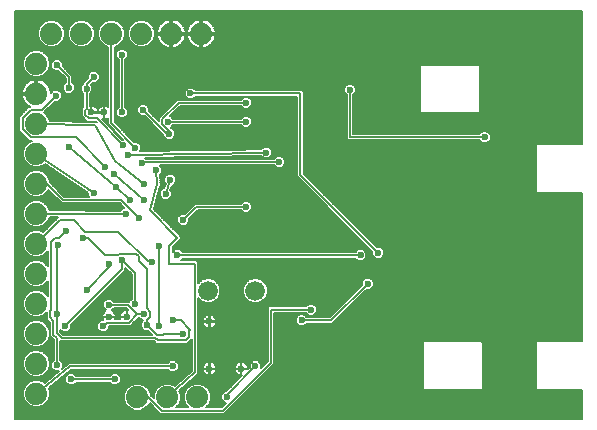
<source format=gbl>
G75*
%MOIN*%
%OFA0B0*%
%FSLAX25Y25*%
%IPPOS*%
%LPD*%
%AMOC8*
5,1,8,0,0,1.08239X$1,22.5*
%
%ADD10C,0.07400*%
%ADD11C,0.06600*%
%ADD12C,0.00600*%
%ADD13C,0.02362*%
D10*
X0010060Y0011300D03*
X0010060Y0021300D03*
X0010060Y0031300D03*
X0010060Y0041300D03*
X0010060Y0051300D03*
X0010060Y0061300D03*
X0010060Y0071300D03*
X0010060Y0081300D03*
X0010060Y0091300D03*
X0010060Y0101300D03*
X0010060Y0111300D03*
X0010060Y0121300D03*
X0015060Y0131300D03*
X0025060Y0131300D03*
X0035060Y0131300D03*
X0045060Y0131300D03*
X0055060Y0131300D03*
X0065060Y0131300D03*
X0063721Y0010158D03*
X0053721Y0010158D03*
X0043721Y0010158D03*
D11*
X0067343Y0045591D03*
X0083091Y0045591D03*
D12*
X0002983Y0002884D02*
X0002983Y0138692D01*
X0191940Y0138692D01*
X0191940Y0094567D01*
X0176958Y0094567D01*
X0176636Y0094244D01*
X0176636Y0078434D01*
X0176958Y0078112D01*
X0191940Y0078112D01*
X0191940Y0028818D01*
X0176958Y0028818D01*
X0176636Y0028496D01*
X0176636Y0012686D01*
X0176958Y0012364D01*
X0191940Y0012364D01*
X0191940Y0002884D01*
X0002983Y0002884D01*
X0002983Y0003448D02*
X0191940Y0003448D01*
X0191940Y0004046D02*
X0002983Y0004046D01*
X0002983Y0004645D02*
X0051338Y0004645D01*
X0051408Y0004574D02*
X0072753Y0004574D01*
X0073392Y0005214D01*
X0088662Y0020483D01*
X0089302Y0021123D01*
X0089302Y0038200D01*
X0099897Y0038200D01*
X0100778Y0037319D01*
X0102413Y0037319D01*
X0103569Y0038475D01*
X0103569Y0040109D01*
X0102413Y0041265D01*
X0100778Y0041265D01*
X0099897Y0040384D01*
X0087757Y0040384D01*
X0087117Y0039744D01*
X0087117Y0022028D01*
X0085065Y0019975D01*
X0085065Y0021212D01*
X0083909Y0022368D01*
X0082274Y0022368D01*
X0081118Y0021212D01*
X0081118Y0019966D01*
X0080636Y0019483D01*
X0080636Y0019563D01*
X0078412Y0019563D01*
X0078412Y0019652D01*
X0078323Y0019652D01*
X0078323Y0021876D01*
X0078068Y0021876D01*
X0077491Y0021721D01*
X0076974Y0021422D01*
X0076552Y0021000D01*
X0076253Y0020483D01*
X0076099Y0019906D01*
X0076099Y0019652D01*
X0078323Y0019652D01*
X0078323Y0019563D01*
X0078412Y0019563D01*
X0078412Y0017339D01*
X0078491Y0017339D01*
X0073284Y0012131D01*
X0072825Y0012131D01*
X0071669Y0010976D01*
X0071669Y0009341D01*
X0072825Y0008185D01*
X0073275Y0008185D01*
X0071848Y0006758D01*
X0066674Y0006758D01*
X0067530Y0007614D01*
X0068214Y0009265D01*
X0068214Y0011052D01*
X0067530Y0012703D01*
X0066266Y0013966D01*
X0064615Y0014650D01*
X0062828Y0014650D01*
X0061177Y0013966D01*
X0059913Y0012703D01*
X0059229Y0011052D01*
X0059229Y0009265D01*
X0059913Y0007614D01*
X0060769Y0006758D01*
X0056674Y0006758D01*
X0057530Y0007614D01*
X0058214Y0009265D01*
X0058214Y0011052D01*
X0057717Y0012251D01*
X0063428Y0017334D01*
X0063465Y0017334D01*
X0063762Y0017631D01*
X0064077Y0017911D01*
X0064079Y0017948D01*
X0064105Y0017974D01*
X0064105Y0018394D01*
X0064129Y0018814D01*
X0064105Y0018842D01*
X0064105Y0043043D01*
X0065025Y0042122D01*
X0066529Y0041499D01*
X0068157Y0041499D01*
X0069661Y0042122D01*
X0070813Y0043273D01*
X0071436Y0044777D01*
X0071436Y0046405D01*
X0070813Y0047909D01*
X0069661Y0049060D01*
X0068157Y0049683D01*
X0066529Y0049683D01*
X0065025Y0049060D01*
X0064105Y0048140D01*
X0064105Y0055099D01*
X0063465Y0055739D01*
X0058234Y0055739D01*
X0058806Y0056310D01*
X0116432Y0056310D01*
X0117314Y0055429D01*
X0118948Y0055429D01*
X0120104Y0056585D01*
X0120104Y0058220D01*
X0118948Y0059376D01*
X0117314Y0059376D01*
X0116432Y0058494D01*
X0058806Y0058494D01*
X0057925Y0059376D01*
X0056290Y0059376D01*
X0055443Y0058529D01*
X0055443Y0060100D01*
X0058199Y0062855D01*
X0058199Y0063760D01*
X0057560Y0064400D01*
X0049273Y0072687D01*
X0051404Y0080504D01*
X0051540Y0080664D01*
X0051519Y0080923D01*
X0051587Y0081173D01*
X0051483Y0081356D01*
X0051247Y0084185D01*
X0051994Y0084931D01*
X0051994Y0086566D01*
X0051147Y0087413D01*
X0089267Y0087413D01*
X0090148Y0086531D01*
X0091783Y0086531D01*
X0092939Y0087687D01*
X0092939Y0089322D01*
X0091783Y0090478D01*
X0090148Y0090478D01*
X0089267Y0089597D01*
X0046601Y0089597D01*
X0046325Y0089873D01*
X0084965Y0090534D01*
X0085817Y0089681D01*
X0087452Y0089681D01*
X0088608Y0090837D01*
X0088608Y0092472D01*
X0087452Y0093628D01*
X0085817Y0093628D01*
X0084907Y0092717D01*
X0044522Y0092027D01*
X0044907Y0092412D01*
X0044907Y0094046D01*
X0043751Y0095202D01*
X0042563Y0095202D01*
X0036152Y0101934D01*
X0036152Y0126890D01*
X0037605Y0127492D01*
X0038868Y0128755D01*
X0039552Y0130406D01*
X0039552Y0132194D01*
X0038868Y0133845D01*
X0037605Y0135108D01*
X0035954Y0135792D01*
X0034166Y0135792D01*
X0032515Y0135108D01*
X0031252Y0133845D01*
X0030568Y0132194D01*
X0030568Y0130406D01*
X0031252Y0128755D01*
X0032515Y0127492D01*
X0033968Y0126890D01*
X0033968Y0106926D01*
X0033573Y0107154D01*
X0032996Y0107309D01*
X0032742Y0107309D01*
X0032742Y0105085D01*
X0032653Y0105085D01*
X0032653Y0107309D01*
X0032399Y0107309D01*
X0031822Y0107154D01*
X0031305Y0106855D01*
X0030883Y0106433D01*
X0030584Y0105916D01*
X0030532Y0105724D01*
X0030481Y0105916D01*
X0030182Y0106433D01*
X0029760Y0106855D01*
X0029243Y0107154D01*
X0028666Y0107309D01*
X0028412Y0107309D01*
X0028412Y0105085D01*
X0028323Y0105085D01*
X0028323Y0107309D01*
X0028068Y0107309D01*
X0027884Y0107259D01*
X0027884Y0111216D01*
X0028765Y0112097D01*
X0028765Y0113732D01*
X0028172Y0114325D01*
X0028726Y0114878D01*
X0029972Y0114878D01*
X0031128Y0116034D01*
X0031128Y0117669D01*
X0029972Y0118824D01*
X0028337Y0118824D01*
X0027181Y0117669D01*
X0027181Y0116422D01*
X0025700Y0114941D01*
X0025700Y0114613D01*
X0024819Y0113732D01*
X0024819Y0112097D01*
X0025700Y0111216D01*
X0025700Y0106708D01*
X0025302Y0106310D01*
X0025302Y0103770D01*
X0027097Y0101975D01*
X0029874Y0101975D01*
X0030163Y0101673D01*
X0030134Y0101681D01*
X0030033Y0101787D01*
X0029713Y0101797D01*
X0029403Y0101883D01*
X0029276Y0101810D01*
X0014526Y0102257D01*
X0013868Y0103845D01*
X0012631Y0105082D01*
X0016127Y0108579D01*
X0017373Y0108579D01*
X0018529Y0109735D01*
X0018529Y0111369D01*
X0017373Y0112525D01*
X0015739Y0112525D01*
X0014847Y0111634D01*
X0014847Y0111677D01*
X0014730Y0112421D01*
X0014497Y0113138D01*
X0014155Y0113809D01*
X0013712Y0114419D01*
X0013179Y0114952D01*
X0012569Y0115395D01*
X0011898Y0115737D01*
X0011181Y0115970D01*
X0010437Y0116087D01*
X0010360Y0116087D01*
X0010360Y0111600D01*
X0009760Y0111600D01*
X0009760Y0116087D01*
X0009683Y0116087D01*
X0008939Y0115970D01*
X0008222Y0115737D01*
X0007551Y0115395D01*
X0006941Y0114952D01*
X0006408Y0114419D01*
X0005965Y0113809D01*
X0005623Y0113138D01*
X0005390Y0112421D01*
X0005273Y0111677D01*
X0005273Y0111600D01*
X0009760Y0111600D01*
X0009760Y0111000D01*
X0005273Y0111000D01*
X0005273Y0110923D01*
X0005390Y0110179D01*
X0005623Y0109462D01*
X0005965Y0108791D01*
X0006408Y0108181D01*
X0006941Y0107648D01*
X0007551Y0107205D01*
X0007970Y0106992D01*
X0007702Y0106992D01*
X0007062Y0106352D01*
X0004368Y0103658D01*
X0004368Y0098942D01*
X0005008Y0098302D01*
X0007062Y0096248D01*
X0007062Y0096248D01*
X0007702Y0095608D01*
X0008722Y0095608D01*
X0007515Y0095108D01*
X0006252Y0093845D01*
X0005568Y0092194D01*
X0005568Y0090406D01*
X0006252Y0088755D01*
X0007515Y0087492D01*
X0009166Y0086808D01*
X0010954Y0086808D01*
X0012605Y0087492D01*
X0013050Y0087937D01*
X0027181Y0078293D01*
X0027181Y0077451D01*
X0027653Y0076980D01*
X0019420Y0076980D01*
X0014552Y0081847D01*
X0014552Y0082194D01*
X0013868Y0083845D01*
X0012605Y0085108D01*
X0010954Y0085792D01*
X0009166Y0085792D01*
X0007515Y0085108D01*
X0006252Y0083845D01*
X0005568Y0082194D01*
X0005568Y0080406D01*
X0006252Y0078755D01*
X0007515Y0077492D01*
X0009166Y0076808D01*
X0010954Y0076808D01*
X0012605Y0077492D01*
X0013868Y0078755D01*
X0014069Y0079241D01*
X0018515Y0074795D01*
X0037776Y0074795D01*
X0039416Y0073155D01*
X0038967Y0073155D01*
X0038093Y0072281D01*
X0014477Y0072375D01*
X0013868Y0073845D01*
X0012605Y0075108D01*
X0010954Y0075792D01*
X0009166Y0075792D01*
X0007515Y0075108D01*
X0006252Y0073845D01*
X0005568Y0072194D01*
X0005568Y0070406D01*
X0006252Y0068755D01*
X0007515Y0067492D01*
X0009166Y0066808D01*
X0010954Y0066808D01*
X0012605Y0067492D01*
X0013868Y0068755D01*
X0014463Y0070190D01*
X0017394Y0070179D01*
X0012406Y0065190D01*
X0010954Y0065792D01*
X0009166Y0065792D01*
X0007515Y0065108D01*
X0006252Y0063845D01*
X0005568Y0062194D01*
X0005568Y0060406D01*
X0006252Y0058755D01*
X0007515Y0057492D01*
X0009166Y0056808D01*
X0010954Y0056808D01*
X0012605Y0057492D01*
X0013862Y0058750D01*
X0013862Y0053850D01*
X0012605Y0055108D01*
X0010954Y0055792D01*
X0009166Y0055792D01*
X0007515Y0055108D01*
X0006252Y0053845D01*
X0005568Y0052194D01*
X0005568Y0050406D01*
X0006252Y0048755D01*
X0007515Y0047492D01*
X0009166Y0046808D01*
X0010954Y0046808D01*
X0012605Y0047492D01*
X0013862Y0048750D01*
X0013862Y0043850D01*
X0012605Y0045108D01*
X0010954Y0045792D01*
X0009166Y0045792D01*
X0007515Y0045108D01*
X0006252Y0043845D01*
X0005568Y0042194D01*
X0005568Y0040406D01*
X0006252Y0038755D01*
X0007515Y0037492D01*
X0009166Y0036808D01*
X0010954Y0036808D01*
X0012605Y0037492D01*
X0013469Y0038356D01*
X0013469Y0036275D01*
X0014108Y0035636D01*
X0014658Y0035086D01*
X0014658Y0030469D01*
X0015858Y0029269D01*
X0015858Y0022487D01*
X0014977Y0021606D01*
X0014977Y0019971D01*
X0016132Y0018815D01*
X0017597Y0018815D01*
X0012792Y0014920D01*
X0012605Y0015108D01*
X0010954Y0015792D01*
X0009166Y0015792D01*
X0007515Y0015108D01*
X0006252Y0013845D01*
X0005568Y0012194D01*
X0005568Y0010406D01*
X0006252Y0008755D01*
X0007515Y0007492D01*
X0009166Y0006808D01*
X0010954Y0006808D01*
X0012605Y0007492D01*
X0013868Y0008755D01*
X0014552Y0010406D01*
X0014552Y0012194D01*
X0014136Y0013198D01*
X0021667Y0019302D01*
X0053834Y0019302D01*
X0054715Y0018421D01*
X0056350Y0018421D01*
X0057506Y0019577D01*
X0057506Y0021212D01*
X0056350Y0022368D01*
X0054715Y0022368D01*
X0053834Y0021487D01*
X0021337Y0021487D01*
X0020944Y0021528D01*
X0020893Y0021487D01*
X0020828Y0021487D01*
X0020549Y0021207D01*
X0018494Y0019541D01*
X0018923Y0019971D01*
X0018923Y0021606D01*
X0018042Y0022487D01*
X0018042Y0028782D01*
X0018072Y0028751D01*
X0049205Y0028751D01*
X0049997Y0027959D01*
X0060345Y0027959D01*
X0060985Y0028599D01*
X0061501Y0029115D01*
X0061921Y0029534D01*
X0061921Y0018916D01*
X0056309Y0013923D01*
X0056266Y0013966D01*
X0054615Y0014650D01*
X0052828Y0014650D01*
X0051177Y0013966D01*
X0049913Y0012703D01*
X0049229Y0011052D01*
X0049229Y0009842D01*
X0048214Y0010858D01*
X0048214Y0011052D01*
X0047530Y0012703D01*
X0046266Y0013966D01*
X0044615Y0014650D01*
X0042828Y0014650D01*
X0041177Y0013966D01*
X0039913Y0012703D01*
X0039229Y0011052D01*
X0039229Y0009265D01*
X0039913Y0007614D01*
X0041177Y0006350D01*
X0042828Y0005666D01*
X0044615Y0005666D01*
X0046266Y0006350D01*
X0047530Y0007614D01*
X0047775Y0008207D01*
X0050769Y0005214D01*
X0051408Y0004574D01*
X0050739Y0005243D02*
X0002983Y0005243D01*
X0002983Y0005842D02*
X0042404Y0005842D01*
X0041087Y0006440D02*
X0002983Y0006440D01*
X0002983Y0007039D02*
X0008609Y0007039D01*
X0007370Y0007637D02*
X0002983Y0007637D01*
X0002983Y0008236D02*
X0006771Y0008236D01*
X0006219Y0008834D02*
X0002983Y0008834D01*
X0002983Y0009433D02*
X0005971Y0009433D01*
X0005723Y0010031D02*
X0002983Y0010031D01*
X0002983Y0010630D02*
X0005568Y0010630D01*
X0005568Y0011228D02*
X0002983Y0011228D01*
X0002983Y0011827D02*
X0005568Y0011827D01*
X0005664Y0012425D02*
X0002983Y0012425D01*
X0002983Y0013024D02*
X0005912Y0013024D01*
X0006160Y0013622D02*
X0002983Y0013622D01*
X0002983Y0014221D02*
X0006628Y0014221D01*
X0007227Y0014819D02*
X0002983Y0014819D01*
X0002983Y0015418D02*
X0008263Y0015418D01*
X0009166Y0016808D02*
X0007515Y0017492D01*
X0006252Y0018755D01*
X0005568Y0020406D01*
X0005568Y0022194D01*
X0006252Y0023845D01*
X0007515Y0025108D01*
X0009166Y0025792D01*
X0010954Y0025792D01*
X0012605Y0025108D01*
X0013868Y0023845D01*
X0014552Y0022194D01*
X0014552Y0020406D01*
X0013868Y0018755D01*
X0012605Y0017492D01*
X0010954Y0016808D01*
X0009166Y0016808D01*
X0008187Y0017213D02*
X0002983Y0017213D01*
X0002983Y0016615D02*
X0014883Y0016615D01*
X0014145Y0016016D02*
X0002983Y0016016D01*
X0002983Y0017812D02*
X0007195Y0017812D01*
X0006597Y0018411D02*
X0002983Y0018411D01*
X0002983Y0019009D02*
X0006147Y0019009D01*
X0005899Y0019608D02*
X0002983Y0019608D01*
X0002983Y0020206D02*
X0005651Y0020206D01*
X0005568Y0020805D02*
X0002983Y0020805D01*
X0002983Y0021403D02*
X0005568Y0021403D01*
X0005568Y0022002D02*
X0002983Y0022002D01*
X0002983Y0022600D02*
X0005736Y0022600D01*
X0005984Y0023199D02*
X0002983Y0023199D01*
X0002983Y0023797D02*
X0006232Y0023797D01*
X0006803Y0024396D02*
X0002983Y0024396D01*
X0002983Y0024994D02*
X0007401Y0024994D01*
X0008685Y0025593D02*
X0002983Y0025593D01*
X0002983Y0026191D02*
X0015858Y0026191D01*
X0015858Y0025593D02*
X0011435Y0025593D01*
X0010954Y0026808D02*
X0009166Y0026808D01*
X0007515Y0027492D01*
X0006252Y0028755D01*
X0005568Y0030406D01*
X0005568Y0032194D01*
X0006252Y0033845D01*
X0007515Y0035108D01*
X0009166Y0035792D01*
X0010954Y0035792D01*
X0012605Y0035108D01*
X0013868Y0033845D01*
X0014552Y0032194D01*
X0014552Y0030406D01*
X0013868Y0028755D01*
X0012605Y0027492D01*
X0010954Y0026808D01*
X0012355Y0027388D02*
X0015858Y0027388D01*
X0015858Y0026790D02*
X0002983Y0026790D01*
X0002983Y0027388D02*
X0007765Y0027388D01*
X0007020Y0027987D02*
X0002983Y0027987D01*
X0002983Y0028585D02*
X0006422Y0028585D01*
X0006074Y0029184D02*
X0002983Y0029184D01*
X0002983Y0029782D02*
X0005826Y0029782D01*
X0005579Y0030381D02*
X0002983Y0030381D01*
X0002983Y0030979D02*
X0005568Y0030979D01*
X0005568Y0031578D02*
X0002983Y0031578D01*
X0002983Y0032176D02*
X0005568Y0032176D01*
X0005809Y0032775D02*
X0002983Y0032775D01*
X0002983Y0033373D02*
X0006057Y0033373D01*
X0006379Y0033972D02*
X0002983Y0033972D01*
X0002983Y0034570D02*
X0006977Y0034570D01*
X0007662Y0035169D02*
X0002983Y0035169D01*
X0002983Y0035767D02*
X0009107Y0035767D01*
X0008789Y0036964D02*
X0002983Y0036964D01*
X0002983Y0036366D02*
X0013469Y0036366D01*
X0013469Y0036964D02*
X0011331Y0036964D01*
X0011013Y0035767D02*
X0013977Y0035767D01*
X0014575Y0035169D02*
X0012458Y0035169D01*
X0013142Y0034570D02*
X0014658Y0034570D01*
X0014658Y0033972D02*
X0013741Y0033972D01*
X0014063Y0033373D02*
X0014658Y0033373D01*
X0014658Y0032775D02*
X0014311Y0032775D01*
X0014552Y0032176D02*
X0014658Y0032176D01*
X0014658Y0031578D02*
X0014552Y0031578D01*
X0014552Y0030979D02*
X0014658Y0030979D01*
X0014746Y0030381D02*
X0014541Y0030381D01*
X0014294Y0029782D02*
X0015344Y0029782D01*
X0015858Y0029184D02*
X0014046Y0029184D01*
X0013698Y0028585D02*
X0015858Y0028585D01*
X0015858Y0027987D02*
X0013100Y0027987D01*
X0012719Y0024994D02*
X0015858Y0024994D01*
X0015858Y0024396D02*
X0013317Y0024396D01*
X0013888Y0023797D02*
X0015858Y0023797D01*
X0015858Y0023199D02*
X0014136Y0023199D01*
X0014384Y0022600D02*
X0015858Y0022600D01*
X0015373Y0022002D02*
X0014552Y0022002D01*
X0014552Y0021403D02*
X0014977Y0021403D01*
X0014977Y0020805D02*
X0014552Y0020805D01*
X0014469Y0020206D02*
X0014977Y0020206D01*
X0015340Y0019608D02*
X0014221Y0019608D01*
X0013973Y0019009D02*
X0015938Y0019009D01*
X0016360Y0017812D02*
X0012925Y0017812D01*
X0013523Y0018411D02*
X0017098Y0018411D01*
X0018560Y0019608D02*
X0018575Y0019608D01*
X0018923Y0020206D02*
X0019314Y0020206D01*
X0018923Y0020805D02*
X0020052Y0020805D01*
X0020745Y0021403D02*
X0018923Y0021403D01*
X0018527Y0022002D02*
X0054349Y0022002D01*
X0055532Y0020394D02*
X0021280Y0020394D01*
X0010060Y0011300D01*
X0014208Y0013024D02*
X0040234Y0013024D01*
X0039798Y0012425D02*
X0014456Y0012425D01*
X0014552Y0011827D02*
X0039550Y0011827D01*
X0039302Y0011228D02*
X0014552Y0011228D01*
X0014552Y0010630D02*
X0039229Y0010630D01*
X0039229Y0010031D02*
X0014397Y0010031D01*
X0014149Y0009433D02*
X0039229Y0009433D01*
X0039408Y0008834D02*
X0013901Y0008834D01*
X0013349Y0008236D02*
X0039655Y0008236D01*
X0039903Y0007637D02*
X0012750Y0007637D01*
X0011511Y0007039D02*
X0040488Y0007039D01*
X0043721Y0010158D02*
X0047369Y0010158D01*
X0051861Y0005666D01*
X0072300Y0005666D01*
X0088210Y0021576D01*
X0088210Y0039292D01*
X0101595Y0039292D01*
X0103569Y0039358D02*
X0110353Y0039358D01*
X0109755Y0038760D02*
X0103569Y0038760D01*
X0103255Y0038161D02*
X0109156Y0038161D01*
X0108558Y0037563D02*
X0102657Y0037563D01*
X0100534Y0037563D02*
X0099422Y0037563D01*
X0099263Y0037722D02*
X0100144Y0036841D01*
X0107836Y0036841D01*
X0118520Y0047525D01*
X0118520Y0048771D01*
X0119676Y0049927D01*
X0121310Y0049927D01*
X0122466Y0048771D01*
X0122466Y0047136D01*
X0121310Y0045980D01*
X0120064Y0045980D01*
X0108741Y0034657D01*
X0100144Y0034657D01*
X0099263Y0033776D01*
X0097628Y0033776D01*
X0096473Y0034931D01*
X0096473Y0036566D01*
X0097628Y0037722D01*
X0099263Y0037722D01*
X0099936Y0038161D02*
X0089302Y0038161D01*
X0089302Y0037563D02*
X0097469Y0037563D01*
X0096871Y0036964D02*
X0089302Y0036964D01*
X0089302Y0036366D02*
X0096473Y0036366D01*
X0096473Y0035767D02*
X0089302Y0035767D01*
X0089302Y0035169D02*
X0096473Y0035169D01*
X0096834Y0034570D02*
X0089302Y0034570D01*
X0089302Y0033972D02*
X0097432Y0033972D01*
X0099459Y0033972D02*
X0191940Y0033972D01*
X0191940Y0034570D02*
X0100058Y0034570D01*
X0098446Y0035749D02*
X0108288Y0035749D01*
X0120493Y0047954D01*
X0121871Y0046541D02*
X0191940Y0046541D01*
X0191940Y0047139D02*
X0122466Y0047139D01*
X0122466Y0047738D02*
X0191940Y0047738D01*
X0191940Y0048336D02*
X0122466Y0048336D01*
X0122303Y0048935D02*
X0191940Y0048935D01*
X0191940Y0049533D02*
X0121704Y0049533D01*
X0119282Y0049533D02*
X0084268Y0049533D01*
X0083905Y0049683D02*
X0082277Y0049683D01*
X0080773Y0049060D01*
X0079622Y0047909D01*
X0078999Y0046405D01*
X0078999Y0044777D01*
X0079622Y0043273D01*
X0080773Y0042122D01*
X0082277Y0041499D01*
X0083905Y0041499D01*
X0085409Y0042122D01*
X0086561Y0043273D01*
X0087184Y0044777D01*
X0087184Y0046405D01*
X0086561Y0047909D01*
X0085409Y0049060D01*
X0083905Y0049683D01*
X0085535Y0048935D02*
X0118684Y0048935D01*
X0118520Y0048336D02*
X0086134Y0048336D01*
X0086632Y0047738D02*
X0118520Y0047738D01*
X0118134Y0047139D02*
X0086880Y0047139D01*
X0087128Y0046541D02*
X0117536Y0046541D01*
X0116937Y0045942D02*
X0087184Y0045942D01*
X0087184Y0045344D02*
X0116339Y0045344D01*
X0115740Y0044745D02*
X0087170Y0044745D01*
X0086922Y0044147D02*
X0115142Y0044147D01*
X0114543Y0043548D02*
X0086674Y0043548D01*
X0086237Y0042949D02*
X0113945Y0042949D01*
X0113346Y0042351D02*
X0085638Y0042351D01*
X0084517Y0041752D02*
X0112747Y0041752D01*
X0112149Y0041154D02*
X0102524Y0041154D01*
X0103123Y0040555D02*
X0111550Y0040555D01*
X0110952Y0039957D02*
X0103569Y0039957D01*
X0100667Y0041154D02*
X0064105Y0041154D01*
X0064105Y0041752D02*
X0065918Y0041752D01*
X0064797Y0042351D02*
X0064105Y0042351D01*
X0064105Y0042949D02*
X0064198Y0042949D01*
X0064105Y0040555D02*
X0100068Y0040555D01*
X0100021Y0036964D02*
X0107959Y0036964D01*
X0109253Y0035169D02*
X0191940Y0035169D01*
X0191940Y0035767D02*
X0109851Y0035767D01*
X0110450Y0036366D02*
X0191940Y0036366D01*
X0191940Y0036964D02*
X0111048Y0036964D01*
X0111647Y0037563D02*
X0191940Y0037563D01*
X0191940Y0038161D02*
X0112245Y0038161D01*
X0112844Y0038760D02*
X0191940Y0038760D01*
X0191940Y0039358D02*
X0113442Y0039358D01*
X0114041Y0039957D02*
X0191940Y0039957D01*
X0191940Y0040555D02*
X0114639Y0040555D01*
X0115238Y0041154D02*
X0191940Y0041154D01*
X0191940Y0041752D02*
X0115836Y0041752D01*
X0116435Y0042351D02*
X0191940Y0042351D01*
X0191940Y0042949D02*
X0117033Y0042949D01*
X0117632Y0043548D02*
X0191940Y0043548D01*
X0191940Y0044147D02*
X0118231Y0044147D01*
X0118829Y0044745D02*
X0191940Y0044745D01*
X0191940Y0045344D02*
X0119428Y0045344D01*
X0120026Y0045942D02*
X0191940Y0045942D01*
X0191940Y0050132D02*
X0064105Y0050132D01*
X0064105Y0050730D02*
X0191940Y0050730D01*
X0191940Y0051329D02*
X0064105Y0051329D01*
X0064105Y0051927D02*
X0191940Y0051927D01*
X0191940Y0052526D02*
X0064105Y0052526D01*
X0064105Y0053124D02*
X0191940Y0053124D01*
X0191940Y0053723D02*
X0064105Y0053723D01*
X0064105Y0054321D02*
X0191940Y0054321D01*
X0191940Y0054920D02*
X0064105Y0054920D01*
X0063685Y0055518D02*
X0117224Y0055518D01*
X0116626Y0056117D02*
X0058612Y0056117D01*
X0057107Y0057402D02*
X0118131Y0057402D01*
X0120104Y0057314D02*
X0122122Y0057314D01*
X0122063Y0057372D02*
X0123219Y0056217D01*
X0124854Y0056217D01*
X0126010Y0057372D01*
X0126010Y0059007D01*
X0124854Y0060163D01*
X0123608Y0060163D01*
X0099144Y0084626D01*
X0099144Y0111792D01*
X0098504Y0112431D01*
X0063136Y0112431D01*
X0062255Y0113313D01*
X0060621Y0113313D01*
X0059465Y0112157D01*
X0059465Y0110522D01*
X0060621Y0109366D01*
X0062255Y0109366D01*
X0063136Y0110247D01*
X0096960Y0110247D01*
X0096960Y0083722D01*
X0122063Y0058618D01*
X0122063Y0057372D01*
X0122063Y0057912D02*
X0120104Y0057912D01*
X0119813Y0058511D02*
X0122063Y0058511D01*
X0121572Y0059109D02*
X0119214Y0059109D01*
X0120375Y0060306D02*
X0055650Y0060306D01*
X0055443Y0059708D02*
X0120974Y0059708D01*
X0119777Y0060905D02*
X0056249Y0060905D01*
X0056847Y0061503D02*
X0119178Y0061503D01*
X0118580Y0062102D02*
X0057446Y0062102D01*
X0058044Y0062700D02*
X0117981Y0062700D01*
X0117383Y0063299D02*
X0058199Y0063299D01*
X0058062Y0063897D02*
X0116784Y0063897D01*
X0116186Y0064496D02*
X0057464Y0064496D01*
X0056865Y0065094D02*
X0115587Y0065094D01*
X0114989Y0065693D02*
X0056267Y0065693D01*
X0055668Y0066291D02*
X0114390Y0066291D01*
X0113792Y0066890D02*
X0055070Y0066890D01*
X0054471Y0067488D02*
X0058010Y0067488D01*
X0058258Y0067240D02*
X0059893Y0067240D01*
X0061049Y0068396D01*
X0061049Y0069642D01*
X0063859Y0072452D01*
X0078243Y0072452D01*
X0079125Y0071571D01*
X0080759Y0071571D01*
X0081915Y0072727D01*
X0081915Y0074361D01*
X0080759Y0075517D01*
X0079125Y0075517D01*
X0078243Y0074636D01*
X0062954Y0074636D01*
X0059504Y0071187D01*
X0058258Y0071187D01*
X0057103Y0070031D01*
X0057103Y0068396D01*
X0058258Y0067240D01*
X0057412Y0068087D02*
X0053873Y0068087D01*
X0053274Y0068685D02*
X0057103Y0068685D01*
X0057103Y0069284D02*
X0052676Y0069284D01*
X0052077Y0069882D02*
X0057103Y0069882D01*
X0057553Y0070481D02*
X0051479Y0070481D01*
X0050880Y0071080D02*
X0058151Y0071080D01*
X0059996Y0071678D02*
X0050282Y0071678D01*
X0049683Y0072277D02*
X0060594Y0072277D01*
X0061193Y0072875D02*
X0049324Y0072875D01*
X0049487Y0073474D02*
X0061791Y0073474D01*
X0062390Y0074072D02*
X0049650Y0074072D01*
X0049813Y0074671D02*
X0078278Y0074671D01*
X0078876Y0075269D02*
X0049977Y0075269D01*
X0050140Y0075868D02*
X0104814Y0075868D01*
X0104216Y0076466D02*
X0054552Y0076466D01*
X0053988Y0075902D02*
X0055143Y0077057D01*
X0055143Y0078692D01*
X0054731Y0079104D01*
X0055238Y0080626D01*
X0055562Y0080626D01*
X0056718Y0081782D01*
X0056718Y0083417D01*
X0055562Y0084572D01*
X0053928Y0084572D01*
X0052772Y0083417D01*
X0052772Y0081782D01*
X0053184Y0081370D01*
X0052677Y0079848D01*
X0052353Y0079848D01*
X0051197Y0078692D01*
X0051197Y0077057D01*
X0052353Y0075902D01*
X0053988Y0075902D01*
X0055143Y0077065D02*
X0103617Y0077065D01*
X0103018Y0077663D02*
X0055143Y0077663D01*
X0055143Y0078262D02*
X0102420Y0078262D01*
X0101821Y0078860D02*
X0054975Y0078860D01*
X0054849Y0079459D02*
X0101223Y0079459D01*
X0100624Y0080057D02*
X0055049Y0080057D01*
X0055592Y0080656D02*
X0100026Y0080656D01*
X0099427Y0081254D02*
X0056191Y0081254D01*
X0056718Y0081853D02*
X0098829Y0081853D01*
X0098230Y0082451D02*
X0056718Y0082451D01*
X0056718Y0083050D02*
X0097632Y0083050D01*
X0097033Y0083648D02*
X0056487Y0083648D01*
X0055888Y0084247D02*
X0096960Y0084247D01*
X0096960Y0084845D02*
X0051908Y0084845D01*
X0051994Y0085444D02*
X0096960Y0085444D01*
X0096960Y0086042D02*
X0051994Y0086042D01*
X0051919Y0086641D02*
X0090039Y0086641D01*
X0089440Y0087239D02*
X0051321Y0087239D01*
X0050021Y0085749D02*
X0050414Y0081024D01*
X0048052Y0072363D01*
X0057107Y0063308D01*
X0054351Y0060552D01*
X0054351Y0054646D01*
X0063013Y0054646D01*
X0063013Y0018426D01*
X0053721Y0010158D01*
X0049550Y0011827D02*
X0047892Y0011827D01*
X0047645Y0012425D02*
X0049798Y0012425D01*
X0050234Y0013024D02*
X0047209Y0013024D01*
X0046610Y0013622D02*
X0050833Y0013622D01*
X0051791Y0014221D02*
X0045652Y0014221D01*
X0041791Y0014221D02*
X0037189Y0014221D01*
X0037058Y0014091D02*
X0038214Y0015246D01*
X0038214Y0016881D01*
X0037058Y0018037D01*
X0035424Y0018037D01*
X0034543Y0017156D01*
X0023373Y0017156D01*
X0022491Y0018037D01*
X0020857Y0018037D01*
X0019701Y0016881D01*
X0019701Y0015246D01*
X0020857Y0014091D01*
X0022491Y0014091D01*
X0023373Y0014972D01*
X0034543Y0014972D01*
X0035424Y0014091D01*
X0037058Y0014091D01*
X0037787Y0014819D02*
X0057317Y0014819D01*
X0056644Y0014221D02*
X0055652Y0014221D01*
X0057989Y0015418D02*
X0038214Y0015418D01*
X0038214Y0016016D02*
X0058662Y0016016D01*
X0059335Y0016615D02*
X0038214Y0016615D01*
X0037882Y0017213D02*
X0060007Y0017213D01*
X0060680Y0017812D02*
X0037283Y0017812D01*
X0036241Y0016064D02*
X0021674Y0016064D01*
X0019701Y0016016D02*
X0017613Y0016016D01*
X0016875Y0015418D02*
X0019701Y0015418D01*
X0020128Y0014819D02*
X0016137Y0014819D01*
X0015398Y0014221D02*
X0020726Y0014221D01*
X0022622Y0014221D02*
X0035293Y0014221D01*
X0034695Y0014819D02*
X0023220Y0014819D01*
X0023315Y0017213D02*
X0034600Y0017213D01*
X0035199Y0017812D02*
X0022716Y0017812D01*
X0021306Y0019009D02*
X0054127Y0019009D01*
X0056938Y0019009D02*
X0061921Y0019009D01*
X0061921Y0019608D02*
X0057506Y0019608D01*
X0057506Y0020206D02*
X0061921Y0020206D01*
X0061921Y0020805D02*
X0057506Y0020805D01*
X0057314Y0021403D02*
X0061921Y0021403D01*
X0061921Y0022002D02*
X0056716Y0022002D01*
X0061352Y0018411D02*
X0020567Y0018411D01*
X0020632Y0017812D02*
X0019829Y0017812D01*
X0020033Y0017213D02*
X0019090Y0017213D01*
X0019701Y0016615D02*
X0018352Y0016615D01*
X0015621Y0017213D02*
X0011933Y0017213D01*
X0011857Y0015418D02*
X0013406Y0015418D01*
X0014660Y0013622D02*
X0040833Y0013622D01*
X0048140Y0011228D02*
X0049302Y0011228D01*
X0049229Y0010630D02*
X0048441Y0010630D01*
X0049040Y0010031D02*
X0049229Y0010031D01*
X0048345Y0007637D02*
X0047539Y0007637D01*
X0046955Y0007039D02*
X0048944Y0007039D01*
X0049542Y0006440D02*
X0046356Y0006440D01*
X0045039Y0005842D02*
X0050141Y0005842D01*
X0056955Y0007039D02*
X0060488Y0007039D01*
X0059903Y0007637D02*
X0057539Y0007637D01*
X0057787Y0008236D02*
X0059655Y0008236D01*
X0059408Y0008834D02*
X0058035Y0008834D01*
X0058214Y0009433D02*
X0059229Y0009433D01*
X0059229Y0010031D02*
X0058214Y0010031D01*
X0058214Y0010630D02*
X0059229Y0010630D01*
X0059302Y0011228D02*
X0058140Y0011228D01*
X0057892Y0011827D02*
X0059550Y0011827D01*
X0059798Y0012425D02*
X0057912Y0012425D01*
X0058585Y0013024D02*
X0060234Y0013024D01*
X0060833Y0013622D02*
X0059257Y0013622D01*
X0059930Y0014221D02*
X0061791Y0014221D01*
X0061275Y0015418D02*
X0076570Y0015418D01*
X0075972Y0014819D02*
X0060603Y0014819D01*
X0061948Y0016016D02*
X0077169Y0016016D01*
X0077768Y0016615D02*
X0062620Y0016615D01*
X0063293Y0017213D02*
X0078366Y0017213D01*
X0078323Y0017339D02*
X0078323Y0019563D01*
X0076099Y0019563D01*
X0076099Y0019308D01*
X0076253Y0018731D01*
X0076552Y0018214D01*
X0076974Y0017792D01*
X0077491Y0017493D01*
X0078068Y0017339D01*
X0078323Y0017339D01*
X0078323Y0017812D02*
X0078412Y0017812D01*
X0078412Y0018411D02*
X0078323Y0018411D01*
X0078323Y0019009D02*
X0078412Y0019009D01*
X0078412Y0019608D02*
X0080760Y0019608D01*
X0080636Y0019652D02*
X0080636Y0019906D01*
X0080481Y0020483D01*
X0080182Y0021000D01*
X0079760Y0021422D01*
X0079243Y0021721D01*
X0078666Y0021876D01*
X0078412Y0021876D01*
X0078412Y0019652D01*
X0080636Y0019652D01*
X0080555Y0020206D02*
X0081118Y0020206D01*
X0081118Y0020805D02*
X0080295Y0020805D01*
X0079779Y0021403D02*
X0081310Y0021403D01*
X0081908Y0022002D02*
X0064105Y0022002D01*
X0064105Y0022600D02*
X0087117Y0022600D01*
X0087117Y0023199D02*
X0064105Y0023199D01*
X0064105Y0023797D02*
X0087117Y0023797D01*
X0087117Y0024396D02*
X0064105Y0024396D01*
X0064105Y0024994D02*
X0087117Y0024994D01*
X0087117Y0025593D02*
X0064105Y0025593D01*
X0064105Y0026191D02*
X0087117Y0026191D01*
X0087117Y0026790D02*
X0064105Y0026790D01*
X0064105Y0027388D02*
X0087117Y0027388D01*
X0087117Y0027987D02*
X0064105Y0027987D01*
X0064105Y0028585D02*
X0087117Y0028585D01*
X0087117Y0029184D02*
X0064105Y0029184D01*
X0064105Y0029782D02*
X0087117Y0029782D01*
X0087117Y0030381D02*
X0064105Y0030381D01*
X0064105Y0030979D02*
X0087117Y0030979D01*
X0087117Y0031578D02*
X0064105Y0031578D01*
X0064105Y0032176D02*
X0087117Y0032176D01*
X0087117Y0032775D02*
X0064105Y0032775D01*
X0064105Y0033373D02*
X0066633Y0033373D01*
X0066862Y0033241D02*
X0067438Y0033087D01*
X0067693Y0033087D01*
X0067693Y0035311D01*
X0065469Y0035311D01*
X0065469Y0035056D01*
X0065623Y0034480D01*
X0065922Y0033962D01*
X0066344Y0033540D01*
X0066862Y0033241D01*
X0067693Y0033373D02*
X0067782Y0033373D01*
X0067782Y0033087D02*
X0068036Y0033087D01*
X0068613Y0033241D01*
X0069130Y0033540D01*
X0069552Y0033962D01*
X0069851Y0034480D01*
X0070006Y0035056D01*
X0070006Y0035311D01*
X0067782Y0035311D01*
X0067782Y0035400D01*
X0067693Y0035400D01*
X0067693Y0037624D01*
X0067438Y0037624D01*
X0066862Y0037469D01*
X0066344Y0037170D01*
X0065922Y0036748D01*
X0065623Y0036231D01*
X0065469Y0035654D01*
X0065469Y0035400D01*
X0067693Y0035400D01*
X0067693Y0035311D01*
X0067782Y0035311D01*
X0067782Y0033087D01*
X0067782Y0033972D02*
X0067693Y0033972D01*
X0067693Y0034570D02*
X0067782Y0034570D01*
X0067782Y0035169D02*
X0067693Y0035169D01*
X0067737Y0035355D02*
X0067737Y0019607D01*
X0078367Y0019607D01*
X0078323Y0019608D02*
X0067782Y0019608D01*
X0067782Y0019652D02*
X0070006Y0019652D01*
X0070006Y0019906D01*
X0069851Y0020483D01*
X0069552Y0021000D01*
X0069130Y0021422D01*
X0068613Y0021721D01*
X0068036Y0021876D01*
X0067782Y0021876D01*
X0067782Y0019652D01*
X0067782Y0019563D01*
X0070006Y0019563D01*
X0070006Y0019308D01*
X0069851Y0018731D01*
X0069552Y0018214D01*
X0069130Y0017792D01*
X0068613Y0017493D01*
X0068036Y0017339D01*
X0067782Y0017339D01*
X0067782Y0019563D01*
X0067693Y0019563D01*
X0065469Y0019563D01*
X0065469Y0019308D01*
X0065623Y0018731D01*
X0065922Y0018214D01*
X0066344Y0017792D01*
X0066862Y0017493D01*
X0067438Y0017339D01*
X0067693Y0017339D01*
X0067693Y0019563D01*
X0067693Y0019652D01*
X0067693Y0021876D01*
X0067438Y0021876D01*
X0066862Y0021721D01*
X0066344Y0021422D01*
X0065922Y0021000D01*
X0065623Y0020483D01*
X0065469Y0019906D01*
X0065469Y0019652D01*
X0067693Y0019652D01*
X0067782Y0019652D01*
X0067693Y0019608D02*
X0064105Y0019608D01*
X0064105Y0020206D02*
X0065549Y0020206D01*
X0065809Y0020805D02*
X0064105Y0020805D01*
X0064105Y0021403D02*
X0066325Y0021403D01*
X0067693Y0021403D02*
X0067782Y0021403D01*
X0067782Y0020805D02*
X0067693Y0020805D01*
X0067693Y0020206D02*
X0067782Y0020206D01*
X0067782Y0019009D02*
X0067693Y0019009D01*
X0067693Y0018411D02*
X0067782Y0018411D01*
X0067782Y0017812D02*
X0067693Y0017812D01*
X0066324Y0017812D02*
X0063966Y0017812D01*
X0064106Y0018411D02*
X0065809Y0018411D01*
X0065549Y0019009D02*
X0064105Y0019009D01*
X0069150Y0017812D02*
X0076954Y0017812D01*
X0076438Y0018411D02*
X0069666Y0018411D01*
X0069925Y0019009D02*
X0076179Y0019009D01*
X0076179Y0020206D02*
X0069925Y0020206D01*
X0069665Y0020805D02*
X0076439Y0020805D01*
X0076955Y0021403D02*
X0069149Y0021403D01*
X0061921Y0022600D02*
X0018042Y0022600D01*
X0018042Y0023199D02*
X0061921Y0023199D01*
X0061921Y0023797D02*
X0018042Y0023797D01*
X0018042Y0024396D02*
X0061921Y0024396D01*
X0061921Y0024994D02*
X0018042Y0024994D01*
X0018042Y0025593D02*
X0061921Y0025593D01*
X0061921Y0026191D02*
X0018042Y0026191D01*
X0018042Y0026790D02*
X0061921Y0026790D01*
X0061921Y0027388D02*
X0018042Y0027388D01*
X0018042Y0027987D02*
X0049969Y0027987D01*
X0049371Y0028585D02*
X0018042Y0028585D01*
X0018525Y0029843D02*
X0016950Y0031418D01*
X0016950Y0037717D01*
X0016950Y0060552D01*
X0017343Y0060946D01*
X0017764Y0063335D02*
X0020099Y0065670D01*
X0017764Y0063335D02*
X0016354Y0063335D01*
X0014954Y0061935D01*
X0014954Y0039101D01*
X0014561Y0038707D01*
X0014561Y0036728D01*
X0015750Y0035539D01*
X0015750Y0030921D01*
X0016950Y0029721D01*
X0016950Y0020788D01*
X0018525Y0029843D02*
X0049657Y0029843D01*
X0050449Y0029051D01*
X0059893Y0029051D01*
X0061049Y0030207D01*
X0061049Y0032210D01*
X0061438Y0032599D01*
X0058288Y0035749D01*
X0055532Y0035749D01*
X0050808Y0033780D02*
X0050808Y0060552D01*
X0055443Y0059109D02*
X0056024Y0059109D01*
X0058191Y0059109D02*
X0117047Y0059109D01*
X0116449Y0058511D02*
X0058789Y0058511D01*
X0048446Y0055040D02*
X0047234Y0055434D01*
X0037387Y0065281D01*
X0026394Y0065281D01*
X0022462Y0069213D01*
X0017973Y0069213D01*
X0010060Y0061300D01*
X0006903Y0064496D02*
X0002983Y0064496D01*
X0002983Y0065094D02*
X0007502Y0065094D01*
X0008927Y0065693D02*
X0002983Y0065693D01*
X0002983Y0066291D02*
X0013507Y0066291D01*
X0012908Y0065693D02*
X0011193Y0065693D01*
X0011152Y0066890D02*
X0014105Y0066890D01*
X0014704Y0067488D02*
X0012597Y0067488D01*
X0013200Y0068087D02*
X0015302Y0068087D01*
X0015901Y0068685D02*
X0013798Y0068685D01*
X0014087Y0069284D02*
X0016499Y0069284D01*
X0017098Y0069882D02*
X0014335Y0069882D01*
X0014270Y0072875D02*
X0038687Y0072875D01*
X0039098Y0073474D02*
X0014022Y0073474D01*
X0013641Y0074072D02*
X0038499Y0074072D01*
X0037901Y0074671D02*
X0013042Y0074671D01*
X0012216Y0075269D02*
X0018041Y0075269D01*
X0017442Y0075868D02*
X0002983Y0075868D01*
X0002983Y0076466D02*
X0016844Y0076466D01*
X0016245Y0077065D02*
X0011573Y0077065D01*
X0012776Y0077663D02*
X0015647Y0077663D01*
X0015048Y0078262D02*
X0013374Y0078262D01*
X0013912Y0078860D02*
X0014450Y0078860D01*
X0015743Y0080656D02*
X0023719Y0080656D01*
X0022842Y0081254D02*
X0015145Y0081254D01*
X0014552Y0081853D02*
X0021965Y0081853D01*
X0021088Y0082451D02*
X0014445Y0082451D01*
X0014197Y0083050D02*
X0020211Y0083050D01*
X0019334Y0083648D02*
X0013950Y0083648D01*
X0013466Y0084247D02*
X0018457Y0084247D01*
X0017580Y0084845D02*
X0012868Y0084845D01*
X0011794Y0085444D02*
X0016703Y0085444D01*
X0015826Y0086042D02*
X0002983Y0086042D01*
X0002983Y0085444D02*
X0008326Y0085444D01*
X0007252Y0084845D02*
X0002983Y0084845D01*
X0002983Y0084247D02*
X0006654Y0084247D01*
X0006170Y0083648D02*
X0002983Y0083648D01*
X0002983Y0083050D02*
X0005923Y0083050D01*
X0005675Y0082451D02*
X0002983Y0082451D01*
X0002983Y0081853D02*
X0005568Y0081853D01*
X0005568Y0081254D02*
X0002983Y0081254D01*
X0002983Y0080656D02*
X0005568Y0080656D01*
X0005713Y0080057D02*
X0002983Y0080057D01*
X0002983Y0079459D02*
X0005960Y0079459D01*
X0006208Y0078860D02*
X0002983Y0078860D01*
X0002983Y0078262D02*
X0006746Y0078262D01*
X0007344Y0077663D02*
X0002983Y0077663D01*
X0002983Y0077065D02*
X0008547Y0077065D01*
X0007904Y0075269D02*
X0002983Y0075269D01*
X0002983Y0074671D02*
X0007078Y0074671D01*
X0006479Y0074072D02*
X0002983Y0074072D01*
X0002983Y0073474D02*
X0006098Y0073474D01*
X0005850Y0072875D02*
X0002983Y0072875D01*
X0002983Y0072277D02*
X0005602Y0072277D01*
X0005568Y0071678D02*
X0002983Y0071678D01*
X0002983Y0071080D02*
X0005568Y0071080D01*
X0005568Y0070481D02*
X0002983Y0070481D01*
X0002983Y0069882D02*
X0005785Y0069882D01*
X0006033Y0069284D02*
X0002983Y0069284D01*
X0002983Y0068685D02*
X0006322Y0068685D01*
X0006920Y0068087D02*
X0002983Y0068087D01*
X0002983Y0067488D02*
X0007523Y0067488D01*
X0008968Y0066890D02*
X0002983Y0066890D01*
X0002983Y0063897D02*
X0006305Y0063897D01*
X0006026Y0063299D02*
X0002983Y0063299D01*
X0002983Y0062700D02*
X0005778Y0062700D01*
X0005568Y0062102D02*
X0002983Y0062102D01*
X0002983Y0061503D02*
X0005568Y0061503D01*
X0005568Y0060905D02*
X0002983Y0060905D01*
X0002983Y0060306D02*
X0005609Y0060306D01*
X0005857Y0059708D02*
X0002983Y0059708D01*
X0002983Y0059109D02*
X0006105Y0059109D01*
X0006496Y0058511D02*
X0002983Y0058511D01*
X0002983Y0057912D02*
X0007095Y0057912D01*
X0007945Y0057314D02*
X0002983Y0057314D01*
X0002983Y0056715D02*
X0013862Y0056715D01*
X0013862Y0056117D02*
X0002983Y0056117D01*
X0002983Y0055518D02*
X0008505Y0055518D01*
X0007327Y0054920D02*
X0002983Y0054920D01*
X0002983Y0054321D02*
X0006728Y0054321D01*
X0006201Y0053723D02*
X0002983Y0053723D01*
X0002983Y0053124D02*
X0005953Y0053124D01*
X0005705Y0052526D02*
X0002983Y0052526D01*
X0002983Y0051927D02*
X0005568Y0051927D01*
X0005568Y0051329D02*
X0002983Y0051329D01*
X0002983Y0050730D02*
X0005568Y0050730D01*
X0005682Y0050132D02*
X0002983Y0050132D01*
X0002983Y0049533D02*
X0005930Y0049533D01*
X0006178Y0048935D02*
X0002983Y0048935D01*
X0002983Y0048336D02*
X0006671Y0048336D01*
X0007270Y0047738D02*
X0002983Y0047738D01*
X0002983Y0047139D02*
X0008367Y0047139D01*
X0008083Y0045344D02*
X0002983Y0045344D01*
X0002983Y0045942D02*
X0013862Y0045942D01*
X0013862Y0045344D02*
X0012037Y0045344D01*
X0012968Y0044745D02*
X0013862Y0044745D01*
X0013862Y0044147D02*
X0013566Y0044147D01*
X0013862Y0046541D02*
X0002983Y0046541D01*
X0002983Y0044745D02*
X0007152Y0044745D01*
X0006554Y0044147D02*
X0002983Y0044147D01*
X0002983Y0043548D02*
X0006129Y0043548D01*
X0005881Y0042949D02*
X0002983Y0042949D01*
X0002983Y0042351D02*
X0005633Y0042351D01*
X0005568Y0041752D02*
X0002983Y0041752D01*
X0002983Y0041154D02*
X0005568Y0041154D01*
X0005568Y0040555D02*
X0002983Y0040555D01*
X0002983Y0039957D02*
X0005754Y0039957D01*
X0006002Y0039358D02*
X0002983Y0039358D01*
X0002983Y0038760D02*
X0006250Y0038760D01*
X0006846Y0038161D02*
X0002983Y0038161D01*
X0002983Y0037563D02*
X0007444Y0037563D01*
X0012676Y0037563D02*
X0013469Y0037563D01*
X0013469Y0038161D02*
X0013274Y0038161D01*
X0019706Y0033780D02*
X0038603Y0052678D01*
X0038603Y0055828D01*
X0042934Y0051497D01*
X0042934Y0041261D01*
X0041832Y0042949D02*
X0030419Y0042949D01*
X0029821Y0042351D02*
X0032966Y0042351D01*
X0033455Y0042840D02*
X0032299Y0041684D01*
X0032299Y0040050D01*
X0033339Y0039010D01*
X0032880Y0038745D01*
X0032457Y0038323D01*
X0032159Y0037806D01*
X0032004Y0037229D01*
X0032004Y0036974D01*
X0034228Y0036974D01*
X0034228Y0036885D01*
X0032004Y0036885D01*
X0032004Y0036631D01*
X0032159Y0036054D01*
X0032332Y0035754D01*
X0031487Y0035754D01*
X0030331Y0034598D01*
X0030331Y0032963D01*
X0031487Y0031807D01*
X0033121Y0031807D01*
X0034277Y0032963D01*
X0034277Y0033865D01*
X0041448Y0033865D01*
X0042088Y0034504D01*
X0044208Y0036625D01*
X0044385Y0036625D01*
X0045266Y0035744D01*
X0045651Y0035744D01*
X0044898Y0034991D01*
X0044898Y0033357D01*
X0046054Y0032201D01*
X0047300Y0032201D01*
X0048565Y0030935D01*
X0018977Y0030935D01*
X0018042Y0031870D01*
X0018042Y0032654D01*
X0018888Y0031807D01*
X0020523Y0031807D01*
X0021679Y0032963D01*
X0021679Y0034209D01*
X0039695Y0052226D01*
X0039695Y0053191D01*
X0041842Y0051044D01*
X0041842Y0042959D01*
X0040961Y0042078D01*
X0040961Y0041959D01*
X0035971Y0041959D01*
X0035090Y0042840D01*
X0033455Y0042840D01*
X0032368Y0041752D02*
X0029222Y0041752D01*
X0028624Y0041154D02*
X0032299Y0041154D01*
X0032299Y0040555D02*
X0028025Y0040555D01*
X0027427Y0039957D02*
X0032392Y0039957D01*
X0032991Y0039358D02*
X0026828Y0039358D01*
X0026230Y0038760D02*
X0032905Y0038760D01*
X0032364Y0038161D02*
X0025631Y0038161D01*
X0025033Y0037563D02*
X0032094Y0037563D01*
X0032075Y0036366D02*
X0023836Y0036366D01*
X0024434Y0036964D02*
X0034228Y0036964D01*
X0034273Y0036930D02*
X0040178Y0036930D01*
X0040134Y0036964D02*
X0034317Y0036964D01*
X0034317Y0036974D02*
X0036541Y0036974D01*
X0036541Y0037229D01*
X0036386Y0037806D01*
X0036088Y0038323D01*
X0035665Y0038745D01*
X0035206Y0039010D01*
X0035971Y0039775D01*
X0040085Y0039775D01*
X0040729Y0039131D01*
X0040477Y0039198D01*
X0040223Y0039198D01*
X0040223Y0036974D01*
X0040134Y0036974D01*
X0040134Y0036885D01*
X0037910Y0036885D01*
X0037910Y0036631D01*
X0038064Y0036054D01*
X0038067Y0036049D01*
X0036383Y0036049D01*
X0036386Y0036054D01*
X0036541Y0036631D01*
X0036541Y0036885D01*
X0034317Y0036885D01*
X0034317Y0036974D01*
X0033480Y0034957D02*
X0040995Y0034957D01*
X0043756Y0037717D01*
X0042186Y0039287D01*
X0042117Y0039287D01*
X0040537Y0040867D01*
X0034273Y0040867D01*
X0035579Y0042351D02*
X0041234Y0042351D01*
X0041842Y0043548D02*
X0031018Y0043548D01*
X0031616Y0044147D02*
X0041842Y0044147D01*
X0041842Y0044745D02*
X0032215Y0044745D01*
X0032813Y0045344D02*
X0041842Y0045344D01*
X0041842Y0045942D02*
X0033412Y0045942D01*
X0034010Y0046541D02*
X0041842Y0046541D01*
X0041842Y0047139D02*
X0034609Y0047139D01*
X0035207Y0047738D02*
X0041842Y0047738D01*
X0041842Y0048336D02*
X0035806Y0048336D01*
X0036404Y0048935D02*
X0041842Y0048935D01*
X0041842Y0049533D02*
X0037003Y0049533D01*
X0037601Y0050132D02*
X0041842Y0050132D01*
X0041842Y0050730D02*
X0038200Y0050730D01*
X0038798Y0051329D02*
X0041558Y0051329D01*
X0040959Y0051927D02*
X0039397Y0051927D01*
X0039695Y0052526D02*
X0040361Y0052526D01*
X0039762Y0053124D02*
X0039695Y0053124D01*
X0034273Y0053465D02*
X0026792Y0045985D01*
X0035555Y0039358D02*
X0040501Y0039358D01*
X0040134Y0039198D02*
X0039879Y0039198D01*
X0039302Y0039044D01*
X0038785Y0038745D01*
X0038363Y0038323D01*
X0038064Y0037806D01*
X0037910Y0037229D01*
X0037910Y0036974D01*
X0040134Y0036974D01*
X0040134Y0039198D01*
X0040134Y0038760D02*
X0040223Y0038760D01*
X0040223Y0038161D02*
X0040134Y0038161D01*
X0040134Y0037563D02*
X0040223Y0037563D01*
X0038811Y0038760D02*
X0035640Y0038760D01*
X0036181Y0038161D02*
X0038270Y0038161D01*
X0037999Y0037563D02*
X0036452Y0037563D01*
X0036470Y0036366D02*
X0037981Y0036366D01*
X0041555Y0033972D02*
X0044898Y0033972D01*
X0044898Y0034570D02*
X0042154Y0034570D01*
X0042752Y0035169D02*
X0045075Y0035169D01*
X0045243Y0035767D02*
X0043351Y0035767D01*
X0043949Y0036366D02*
X0044645Y0036366D01*
X0043756Y0037717D02*
X0046084Y0037717D01*
X0048057Y0036900D02*
X0046871Y0035714D01*
X0046871Y0034174D01*
X0050158Y0030887D01*
X0052250Y0030887D01*
X0052387Y0031024D01*
X0059076Y0031024D01*
X0060972Y0028585D02*
X0061921Y0028585D01*
X0061921Y0027987D02*
X0060373Y0027987D01*
X0061570Y0029184D02*
X0061921Y0029184D01*
X0064105Y0033972D02*
X0065916Y0033972D01*
X0065599Y0034570D02*
X0064105Y0034570D01*
X0064105Y0035169D02*
X0065469Y0035169D01*
X0065499Y0035767D02*
X0064105Y0035767D01*
X0064105Y0036366D02*
X0065701Y0036366D01*
X0066138Y0036964D02*
X0064105Y0036964D01*
X0064105Y0037563D02*
X0067212Y0037563D01*
X0067693Y0037563D02*
X0067782Y0037563D01*
X0067782Y0037624D02*
X0068036Y0037624D01*
X0068613Y0037469D01*
X0069130Y0037170D01*
X0069552Y0036748D01*
X0069851Y0036231D01*
X0070006Y0035654D01*
X0070006Y0035400D01*
X0067782Y0035400D01*
X0067782Y0037624D01*
X0068262Y0037563D02*
X0087117Y0037563D01*
X0087117Y0038161D02*
X0064105Y0038161D01*
X0064105Y0038760D02*
X0087117Y0038760D01*
X0087117Y0039358D02*
X0064105Y0039358D01*
X0064105Y0039957D02*
X0087330Y0039957D01*
X0087117Y0036964D02*
X0069336Y0036964D01*
X0069773Y0036366D02*
X0087117Y0036366D01*
X0087117Y0035767D02*
X0069975Y0035767D01*
X0070006Y0035169D02*
X0087117Y0035169D01*
X0087117Y0034570D02*
X0069875Y0034570D01*
X0069558Y0033972D02*
X0087117Y0033972D01*
X0087117Y0033373D02*
X0068842Y0033373D01*
X0067782Y0035767D02*
X0067693Y0035767D01*
X0067693Y0036366D02*
X0067782Y0036366D01*
X0067782Y0036964D02*
X0067693Y0036964D01*
X0068769Y0041752D02*
X0081666Y0041752D01*
X0080545Y0042351D02*
X0069890Y0042351D01*
X0070489Y0042949D02*
X0079946Y0042949D01*
X0079509Y0043548D02*
X0070926Y0043548D01*
X0071174Y0044147D02*
X0079261Y0044147D01*
X0079013Y0044745D02*
X0071422Y0044745D01*
X0071436Y0045344D02*
X0078999Y0045344D01*
X0078999Y0045942D02*
X0071436Y0045942D01*
X0071380Y0046541D02*
X0079055Y0046541D01*
X0079303Y0047139D02*
X0071132Y0047139D01*
X0070884Y0047738D02*
X0079551Y0047738D01*
X0080049Y0048336D02*
X0070386Y0048336D01*
X0069787Y0048935D02*
X0080648Y0048935D01*
X0081915Y0049533D02*
X0068520Y0049533D01*
X0066167Y0049533D02*
X0064105Y0049533D01*
X0064105Y0048935D02*
X0064900Y0048935D01*
X0064301Y0048336D02*
X0064105Y0048336D01*
X0048057Y0038535D02*
X0048057Y0036900D01*
X0048057Y0038535D02*
X0046871Y0039720D01*
X0046871Y0052678D01*
X0044115Y0055434D01*
X0044115Y0057009D01*
X0043323Y0057801D01*
X0037786Y0057801D01*
X0037388Y0057402D01*
X0033091Y0057402D01*
X0027186Y0063308D01*
X0025611Y0063308D01*
X0034273Y0054646D02*
X0034273Y0053465D01*
X0032324Y0035767D02*
X0023237Y0035767D01*
X0022639Y0035169D02*
X0030902Y0035169D01*
X0030331Y0034570D02*
X0022040Y0034570D01*
X0021679Y0033972D02*
X0030331Y0033972D01*
X0030331Y0033373D02*
X0021679Y0033373D01*
X0021491Y0032775D02*
X0030519Y0032775D01*
X0031118Y0032176D02*
X0020892Y0032176D01*
X0018933Y0030979D02*
X0048521Y0030979D01*
X0047923Y0031578D02*
X0018335Y0031578D01*
X0018519Y0032176D02*
X0018042Y0032176D01*
X0032304Y0033780D02*
X0033480Y0034957D01*
X0034277Y0033373D02*
X0044898Y0033373D01*
X0045480Y0032775D02*
X0034089Y0032775D01*
X0033491Y0032176D02*
X0047324Y0032176D01*
X0065652Y0014221D02*
X0075373Y0014221D01*
X0074775Y0013622D02*
X0066610Y0013622D01*
X0067209Y0013024D02*
X0074176Y0013024D01*
X0073578Y0012425D02*
X0067645Y0012425D01*
X0067892Y0011827D02*
X0072521Y0011827D01*
X0071922Y0011228D02*
X0068140Y0011228D01*
X0068214Y0010630D02*
X0071669Y0010630D01*
X0071669Y0010031D02*
X0068214Y0010031D01*
X0068214Y0009433D02*
X0071669Y0009433D01*
X0072176Y0008834D02*
X0068035Y0008834D01*
X0067787Y0008236D02*
X0072775Y0008236D01*
X0072727Y0007637D02*
X0067539Y0007637D01*
X0066955Y0007039D02*
X0072128Y0007039D01*
X0073422Y0005243D02*
X0191940Y0005243D01*
X0191940Y0004645D02*
X0072823Y0004645D01*
X0074020Y0005842D02*
X0191940Y0005842D01*
X0191940Y0006440D02*
X0074619Y0006440D01*
X0075217Y0007039D02*
X0191940Y0007039D01*
X0191940Y0007637D02*
X0075816Y0007637D01*
X0076414Y0008236D02*
X0191940Y0008236D01*
X0191940Y0008834D02*
X0077013Y0008834D01*
X0077611Y0009433D02*
X0191940Y0009433D01*
X0191940Y0010031D02*
X0078210Y0010031D01*
X0078808Y0010630D02*
X0191940Y0010630D01*
X0191940Y0011228D02*
X0079407Y0011228D01*
X0080005Y0011827D02*
X0191940Y0011827D01*
X0176897Y0012425D02*
X0158577Y0012425D01*
X0158516Y0012364D02*
X0158838Y0012686D01*
X0158838Y0028496D01*
X0158516Y0028818D01*
X0139163Y0028818D01*
X0138841Y0028496D01*
X0138841Y0013080D01*
X0138841Y0012686D01*
X0139163Y0012364D01*
X0158516Y0012364D01*
X0158838Y0013024D02*
X0176636Y0013024D01*
X0176636Y0013622D02*
X0158838Y0013622D01*
X0158838Y0014221D02*
X0176636Y0014221D01*
X0176636Y0014819D02*
X0158838Y0014819D01*
X0158838Y0015418D02*
X0176636Y0015418D01*
X0176636Y0016016D02*
X0158838Y0016016D01*
X0158838Y0016615D02*
X0176636Y0016615D01*
X0176636Y0017213D02*
X0158838Y0017213D01*
X0158838Y0017812D02*
X0176636Y0017812D01*
X0176636Y0018411D02*
X0158838Y0018411D01*
X0158838Y0019009D02*
X0176636Y0019009D01*
X0176636Y0019608D02*
X0158838Y0019608D01*
X0158838Y0020206D02*
X0176636Y0020206D01*
X0176636Y0020805D02*
X0158838Y0020805D01*
X0158838Y0021403D02*
X0176636Y0021403D01*
X0176636Y0022002D02*
X0158838Y0022002D01*
X0158838Y0022600D02*
X0176636Y0022600D01*
X0176636Y0023199D02*
X0158838Y0023199D01*
X0158838Y0023797D02*
X0176636Y0023797D01*
X0176636Y0024396D02*
X0158838Y0024396D01*
X0158838Y0024994D02*
X0176636Y0024994D01*
X0176636Y0025593D02*
X0158838Y0025593D01*
X0158838Y0026191D02*
X0176636Y0026191D01*
X0176636Y0026790D02*
X0158838Y0026790D01*
X0158838Y0027388D02*
X0176636Y0027388D01*
X0176636Y0027987D02*
X0158838Y0027987D01*
X0158749Y0028585D02*
X0176725Y0028585D01*
X0191940Y0029184D02*
X0089302Y0029184D01*
X0089302Y0029782D02*
X0191940Y0029782D01*
X0191940Y0030381D02*
X0089302Y0030381D01*
X0089302Y0030979D02*
X0191940Y0030979D01*
X0191940Y0031578D02*
X0089302Y0031578D01*
X0089302Y0032176D02*
X0191940Y0032176D01*
X0191940Y0032775D02*
X0089302Y0032775D01*
X0089302Y0033373D02*
X0191940Y0033373D01*
X0191940Y0055518D02*
X0119037Y0055518D01*
X0119636Y0056117D02*
X0191940Y0056117D01*
X0191940Y0056715D02*
X0125352Y0056715D01*
X0125951Y0057314D02*
X0191940Y0057314D01*
X0191940Y0057912D02*
X0126010Y0057912D01*
X0126010Y0058511D02*
X0191940Y0058511D01*
X0191940Y0059109D02*
X0125907Y0059109D01*
X0125309Y0059708D02*
X0191940Y0059708D01*
X0191940Y0060306D02*
X0123464Y0060306D01*
X0122866Y0060905D02*
X0191940Y0060905D01*
X0191940Y0061503D02*
X0122267Y0061503D01*
X0121669Y0062102D02*
X0191940Y0062102D01*
X0191940Y0062700D02*
X0121070Y0062700D01*
X0120472Y0063299D02*
X0191940Y0063299D01*
X0191940Y0063897D02*
X0119873Y0063897D01*
X0119275Y0064496D02*
X0191940Y0064496D01*
X0191940Y0065094D02*
X0118676Y0065094D01*
X0118078Y0065693D02*
X0191940Y0065693D01*
X0191940Y0066291D02*
X0117479Y0066291D01*
X0116881Y0066890D02*
X0191940Y0066890D01*
X0191940Y0067488D02*
X0116282Y0067488D01*
X0115684Y0068087D02*
X0191940Y0068087D01*
X0191940Y0068685D02*
X0115085Y0068685D01*
X0114487Y0069284D02*
X0191940Y0069284D01*
X0191940Y0069882D02*
X0113888Y0069882D01*
X0113290Y0070481D02*
X0191940Y0070481D01*
X0191940Y0071080D02*
X0112691Y0071080D01*
X0112093Y0071678D02*
X0191940Y0071678D01*
X0191940Y0072277D02*
X0111494Y0072277D01*
X0110896Y0072875D02*
X0191940Y0072875D01*
X0191940Y0073474D02*
X0110297Y0073474D01*
X0109699Y0074072D02*
X0191940Y0074072D01*
X0191940Y0074671D02*
X0109100Y0074671D01*
X0108502Y0075269D02*
X0191940Y0075269D01*
X0191940Y0075868D02*
X0107903Y0075868D01*
X0107304Y0076466D02*
X0191940Y0076466D01*
X0191940Y0077065D02*
X0106706Y0077065D01*
X0106107Y0077663D02*
X0191940Y0077663D01*
X0176809Y0078262D02*
X0105509Y0078262D01*
X0104910Y0078860D02*
X0176636Y0078860D01*
X0176636Y0079459D02*
X0104312Y0079459D01*
X0103713Y0080057D02*
X0176636Y0080057D01*
X0176636Y0080656D02*
X0103115Y0080656D01*
X0102516Y0081254D02*
X0176636Y0081254D01*
X0176636Y0081853D02*
X0101918Y0081853D01*
X0101319Y0082451D02*
X0176636Y0082451D01*
X0176636Y0083050D02*
X0100721Y0083050D01*
X0100122Y0083648D02*
X0176636Y0083648D01*
X0176636Y0084247D02*
X0099524Y0084247D01*
X0099144Y0084845D02*
X0176636Y0084845D01*
X0176636Y0085444D02*
X0099144Y0085444D01*
X0099144Y0086042D02*
X0176636Y0086042D01*
X0176636Y0086641D02*
X0099144Y0086641D01*
X0099144Y0087239D02*
X0176636Y0087239D01*
X0176636Y0087838D02*
X0099144Y0087838D01*
X0099144Y0088436D02*
X0176636Y0088436D01*
X0176636Y0089035D02*
X0099144Y0089035D01*
X0099144Y0089633D02*
X0176636Y0089633D01*
X0176636Y0090232D02*
X0099144Y0090232D01*
X0099144Y0090830D02*
X0176636Y0090830D01*
X0176636Y0091429D02*
X0099144Y0091429D01*
X0099144Y0092027D02*
X0176636Y0092027D01*
X0176636Y0092626D02*
X0099144Y0092626D01*
X0099144Y0093224D02*
X0176636Y0093224D01*
X0176636Y0093823D02*
X0099144Y0093823D01*
X0099144Y0094421D02*
X0176813Y0094421D01*
X0191940Y0095020D02*
X0160508Y0095020D01*
X0160287Y0094799D02*
X0161443Y0095955D01*
X0161443Y0097590D01*
X0160287Y0098746D01*
X0158652Y0098746D01*
X0157771Y0097865D01*
X0115680Y0097865D01*
X0115680Y0110822D01*
X0116561Y0111703D01*
X0116561Y0113338D01*
X0115405Y0114494D01*
X0113770Y0114494D01*
X0112614Y0113338D01*
X0112614Y0111703D01*
X0113495Y0110822D01*
X0113495Y0096320D01*
X0114135Y0095680D01*
X0157771Y0095680D01*
X0158652Y0094799D01*
X0160287Y0094799D01*
X0161106Y0095618D02*
X0191940Y0095618D01*
X0191940Y0096217D02*
X0161443Y0096217D01*
X0161443Y0096816D02*
X0191940Y0096816D01*
X0191940Y0097414D02*
X0161443Y0097414D01*
X0161020Y0098013D02*
X0191940Y0098013D01*
X0191940Y0098611D02*
X0160421Y0098611D01*
X0158517Y0098611D02*
X0115680Y0098611D01*
X0115680Y0098013D02*
X0157919Y0098013D01*
X0159469Y0096772D02*
X0114588Y0096772D01*
X0114588Y0112520D01*
X0116037Y0111180D02*
X0138053Y0111180D01*
X0138053Y0111778D02*
X0116561Y0111778D01*
X0116561Y0112377D02*
X0138053Y0112377D01*
X0138053Y0112975D02*
X0116561Y0112975D01*
X0116325Y0113574D02*
X0138053Y0113574D01*
X0138053Y0114172D02*
X0115726Y0114172D01*
X0113449Y0114172D02*
X0039695Y0114172D01*
X0039695Y0113574D02*
X0112850Y0113574D01*
X0112614Y0112975D02*
X0062593Y0112975D01*
X0060283Y0112975D02*
X0039695Y0112975D01*
X0039695Y0112377D02*
X0059685Y0112377D01*
X0059465Y0111778D02*
X0039695Y0111778D01*
X0039695Y0111180D02*
X0059465Y0111180D01*
X0059465Y0110581D02*
X0039695Y0110581D01*
X0039695Y0109983D02*
X0060004Y0109983D01*
X0060602Y0109384D02*
X0039695Y0109384D01*
X0039695Y0108786D02*
X0056518Y0108786D01*
X0057014Y0109282D02*
X0050892Y0103160D01*
X0050892Y0102170D01*
X0047663Y0105399D01*
X0047663Y0106645D01*
X0046507Y0107801D01*
X0044873Y0107801D01*
X0043717Y0106645D01*
X0043717Y0105010D01*
X0044873Y0103854D01*
X0046119Y0103854D01*
X0052378Y0097595D01*
X0052378Y0097136D01*
X0053534Y0095980D01*
X0055169Y0095980D01*
X0056325Y0097136D01*
X0056325Y0098771D01*
X0055169Y0099927D01*
X0054784Y0099927D01*
X0055656Y0100798D01*
X0078243Y0100798D01*
X0079125Y0099917D01*
X0080759Y0099917D01*
X0081915Y0101073D01*
X0081915Y0102708D01*
X0080759Y0103864D01*
X0079125Y0103864D01*
X0078243Y0102983D01*
X0055656Y0102983D01*
X0054775Y0103864D01*
X0054685Y0103864D01*
X0057919Y0107098D01*
X0078243Y0107098D01*
X0079125Y0106217D01*
X0080759Y0106217D01*
X0081915Y0107372D01*
X0081915Y0109007D01*
X0080759Y0110163D01*
X0079125Y0110163D01*
X0078243Y0109282D01*
X0057014Y0109282D01*
X0057466Y0108190D02*
X0051984Y0102708D01*
X0051984Y0101073D01*
X0054351Y0098706D01*
X0054351Y0097954D01*
X0053564Y0097954D01*
X0045690Y0105828D01*
X0047663Y0105793D02*
X0053525Y0105793D01*
X0052927Y0105195D02*
X0047867Y0105195D01*
X0048466Y0104596D02*
X0052328Y0104596D01*
X0051730Y0103998D02*
X0049064Y0103998D01*
X0049663Y0103399D02*
X0051131Y0103399D01*
X0050892Y0102801D02*
X0050261Y0102801D01*
X0050860Y0102202D02*
X0050892Y0102202D01*
X0049566Y0100407D02*
X0037607Y0100407D01*
X0038177Y0099808D02*
X0050165Y0099808D01*
X0050763Y0099210D02*
X0038747Y0099210D01*
X0039317Y0098611D02*
X0051362Y0098611D01*
X0051960Y0098013D02*
X0039887Y0098013D01*
X0040457Y0097414D02*
X0052378Y0097414D01*
X0052699Y0096816D02*
X0041027Y0096816D01*
X0041597Y0096217D02*
X0053297Y0096217D01*
X0055405Y0096217D02*
X0096960Y0096217D01*
X0096960Y0096816D02*
X0056004Y0096816D01*
X0056325Y0097414D02*
X0096960Y0097414D01*
X0096960Y0098013D02*
X0056325Y0098013D01*
X0056325Y0098611D02*
X0096960Y0098611D01*
X0096960Y0099210D02*
X0055886Y0099210D01*
X0055287Y0099808D02*
X0096960Y0099808D01*
X0096960Y0100407D02*
X0081248Y0100407D01*
X0081847Y0101005D02*
X0096960Y0101005D01*
X0096960Y0101604D02*
X0081915Y0101604D01*
X0081915Y0102202D02*
X0096960Y0102202D01*
X0096960Y0102801D02*
X0081822Y0102801D01*
X0081224Y0103399D02*
X0096960Y0103399D01*
X0096960Y0103998D02*
X0054819Y0103998D01*
X0055240Y0103399D02*
X0078660Y0103399D01*
X0079942Y0101891D02*
X0053958Y0101891D01*
X0055264Y0100407D02*
X0078635Y0100407D01*
X0078949Y0106392D02*
X0057213Y0106392D01*
X0057811Y0106990D02*
X0078351Y0106990D01*
X0079942Y0108190D02*
X0057466Y0108190D01*
X0055919Y0108187D02*
X0039695Y0108187D01*
X0039695Y0107589D02*
X0044660Y0107589D01*
X0044062Y0106990D02*
X0039695Y0106990D01*
X0039695Y0106739D02*
X0039695Y0122633D01*
X0040577Y0123514D01*
X0040577Y0125149D01*
X0039421Y0126305D01*
X0037786Y0126305D01*
X0036630Y0125149D01*
X0036630Y0123514D01*
X0037511Y0122633D01*
X0037511Y0106739D01*
X0036630Y0105857D01*
X0036630Y0104223D01*
X0037786Y0103067D01*
X0039421Y0103067D01*
X0040577Y0104223D01*
X0040577Y0105857D01*
X0039695Y0106739D01*
X0040042Y0106392D02*
X0043717Y0106392D01*
X0043717Y0105793D02*
X0040577Y0105793D01*
X0040577Y0105195D02*
X0043717Y0105195D01*
X0044131Y0104596D02*
X0040577Y0104596D01*
X0040351Y0103998D02*
X0044729Y0103998D01*
X0046574Y0103399D02*
X0039753Y0103399D01*
X0038603Y0105040D02*
X0038603Y0124331D01*
X0036630Y0124347D02*
X0036152Y0124347D01*
X0036152Y0123749D02*
X0036630Y0123749D01*
X0036994Y0123150D02*
X0036152Y0123150D01*
X0036152Y0122551D02*
X0037511Y0122551D01*
X0037511Y0121953D02*
X0036152Y0121953D01*
X0036152Y0121354D02*
X0037511Y0121354D01*
X0037511Y0120756D02*
X0036152Y0120756D01*
X0036152Y0120157D02*
X0037511Y0120157D01*
X0037511Y0119559D02*
X0036152Y0119559D01*
X0036152Y0118960D02*
X0037511Y0118960D01*
X0037511Y0118362D02*
X0036152Y0118362D01*
X0036152Y0117763D02*
X0037511Y0117763D01*
X0037511Y0117165D02*
X0036152Y0117165D01*
X0036152Y0116566D02*
X0037511Y0116566D01*
X0037511Y0115968D02*
X0036152Y0115968D01*
X0036152Y0115369D02*
X0037511Y0115369D01*
X0037511Y0114771D02*
X0036152Y0114771D01*
X0036152Y0114172D02*
X0037511Y0114172D01*
X0037511Y0113574D02*
X0036152Y0113574D01*
X0036152Y0112975D02*
X0037511Y0112975D01*
X0037511Y0112377D02*
X0036152Y0112377D01*
X0036152Y0111778D02*
X0037511Y0111778D01*
X0037511Y0111180D02*
X0036152Y0111180D01*
X0036152Y0110581D02*
X0037511Y0110581D01*
X0037511Y0109983D02*
X0036152Y0109983D01*
X0036152Y0109384D02*
X0037511Y0109384D01*
X0037511Y0108786D02*
X0036152Y0108786D01*
X0036152Y0108187D02*
X0037511Y0108187D01*
X0037511Y0107589D02*
X0036152Y0107589D01*
X0036152Y0106990D02*
X0037511Y0106990D01*
X0037164Y0106392D02*
X0036152Y0106392D01*
X0036152Y0105793D02*
X0036630Y0105793D01*
X0036630Y0105195D02*
X0036152Y0105195D01*
X0036152Y0104596D02*
X0036630Y0104596D01*
X0036855Y0103998D02*
X0036152Y0103998D01*
X0036152Y0103399D02*
X0037454Y0103399D01*
X0036152Y0102801D02*
X0047172Y0102801D01*
X0047771Y0102202D02*
X0036152Y0102202D01*
X0036466Y0101604D02*
X0048369Y0101604D01*
X0048968Y0101005D02*
X0037036Y0101005D01*
X0035060Y0101497D02*
X0042934Y0093229D01*
X0044907Y0093224D02*
X0085414Y0093224D01*
X0086635Y0091654D02*
X0040572Y0090867D01*
X0038997Y0094017D02*
X0030340Y0103067D01*
X0027550Y0103067D01*
X0026394Y0104223D01*
X0026394Y0105858D01*
X0026792Y0106256D01*
X0026792Y0112914D01*
X0026792Y0114489D01*
X0029154Y0116851D01*
X0030463Y0115369D02*
X0033968Y0115369D01*
X0033968Y0114771D02*
X0028619Y0114771D01*
X0028325Y0114172D02*
X0033968Y0114172D01*
X0033968Y0113574D02*
X0028765Y0113574D01*
X0028765Y0112975D02*
X0033968Y0112975D01*
X0033968Y0112377D02*
X0028765Y0112377D01*
X0028447Y0111778D02*
X0033968Y0111778D01*
X0033968Y0111180D02*
X0027884Y0111180D01*
X0027884Y0110581D02*
X0033968Y0110581D01*
X0033968Y0109983D02*
X0027884Y0109983D01*
X0027884Y0109384D02*
X0033968Y0109384D01*
X0033968Y0108786D02*
X0027884Y0108786D01*
X0027884Y0108187D02*
X0033968Y0108187D01*
X0033968Y0107589D02*
X0027884Y0107589D01*
X0028323Y0106990D02*
X0028412Y0106990D01*
X0028412Y0106392D02*
X0028323Y0106392D01*
X0028323Y0105793D02*
X0028412Y0105793D01*
X0028412Y0105195D02*
X0028323Y0105195D01*
X0028412Y0105085D02*
X0032653Y0105085D01*
X0032653Y0104996D01*
X0030429Y0104996D01*
X0028412Y0104996D01*
X0028412Y0105085D01*
X0028367Y0105040D02*
X0032698Y0105040D01*
X0032742Y0104996D02*
X0032742Y0102772D01*
X0032996Y0102772D01*
X0033573Y0102926D01*
X0033968Y0103154D01*
X0033968Y0101510D01*
X0033957Y0101071D01*
X0033968Y0101060D01*
X0033968Y0101044D01*
X0034278Y0100734D01*
X0038797Y0095990D01*
X0038621Y0095990D01*
X0032043Y0102867D01*
X0032399Y0102772D01*
X0032653Y0102772D01*
X0032653Y0104996D01*
X0032742Y0104996D01*
X0032742Y0105195D02*
X0032653Y0105195D01*
X0032653Y0105793D02*
X0032742Y0105793D01*
X0032742Y0106392D02*
X0032653Y0106392D01*
X0032653Y0106990D02*
X0032742Y0106990D01*
X0033857Y0106990D02*
X0033968Y0106990D01*
X0032742Y0104596D02*
X0032653Y0104596D01*
X0032653Y0103998D02*
X0032742Y0103998D01*
X0032742Y0103399D02*
X0032653Y0103399D01*
X0032653Y0102801D02*
X0032742Y0102801D01*
X0033105Y0102801D02*
X0033968Y0102801D01*
X0033968Y0102202D02*
X0032679Y0102202D01*
X0032291Y0102801D02*
X0032106Y0102801D01*
X0033251Y0101604D02*
X0033968Y0101604D01*
X0034007Y0101005D02*
X0033824Y0101005D01*
X0034396Y0100407D02*
X0034590Y0100407D01*
X0034969Y0099808D02*
X0035160Y0099808D01*
X0035541Y0099210D02*
X0035730Y0099210D01*
X0036114Y0098611D02*
X0036300Y0098611D01*
X0036686Y0098013D02*
X0036870Y0098013D01*
X0037259Y0097414D02*
X0037440Y0097414D01*
X0037831Y0096816D02*
X0038010Y0096816D01*
X0038404Y0096217D02*
X0038580Y0096217D01*
X0042167Y0095618D02*
X0096960Y0095618D01*
X0096960Y0095020D02*
X0043934Y0095020D01*
X0044532Y0094421D02*
X0096960Y0094421D01*
X0096960Y0093823D02*
X0044907Y0093823D01*
X0044907Y0092626D02*
X0079575Y0092626D01*
X0085267Y0090232D02*
X0067320Y0090232D01*
X0054745Y0082599D02*
X0053170Y0077875D01*
X0051788Y0076466D02*
X0050303Y0076466D01*
X0050466Y0077065D02*
X0051197Y0077065D01*
X0051197Y0077663D02*
X0050630Y0077663D01*
X0050793Y0078262D02*
X0051197Y0078262D01*
X0051365Y0078860D02*
X0050956Y0078860D01*
X0051119Y0079459D02*
X0051964Y0079459D01*
X0051283Y0080057D02*
X0052746Y0080057D01*
X0052946Y0080656D02*
X0051533Y0080656D01*
X0051541Y0081254D02*
X0053146Y0081254D01*
X0052772Y0081853D02*
X0051441Y0081853D01*
X0051391Y0082451D02*
X0052772Y0082451D01*
X0052772Y0083050D02*
X0051341Y0083050D01*
X0051292Y0083648D02*
X0053004Y0083648D01*
X0053602Y0084247D02*
X0051309Y0084247D01*
X0046084Y0081024D02*
X0036241Y0088898D01*
X0029548Y0100709D01*
X0010060Y0101300D01*
X0013715Y0103998D02*
X0025302Y0103998D01*
X0025302Y0104596D02*
X0013117Y0104596D01*
X0012743Y0105195D02*
X0025302Y0105195D01*
X0025302Y0105793D02*
X0013342Y0105793D01*
X0013940Y0106392D02*
X0025384Y0106392D01*
X0025700Y0106990D02*
X0014539Y0106990D01*
X0015137Y0107589D02*
X0025700Y0107589D01*
X0025700Y0108187D02*
X0015736Y0108187D01*
X0017580Y0108786D02*
X0025700Y0108786D01*
X0025700Y0109384D02*
X0018179Y0109384D01*
X0018529Y0109983D02*
X0025700Y0109983D01*
X0025700Y0110581D02*
X0018529Y0110581D01*
X0018529Y0111180D02*
X0025700Y0111180D01*
X0025138Y0111778D02*
X0022148Y0111778D01*
X0021704Y0111335D02*
X0022860Y0112491D01*
X0022860Y0114125D01*
X0021979Y0115006D01*
X0021979Y0117304D01*
X0018923Y0120359D01*
X0018923Y0121606D01*
X0017767Y0122761D01*
X0016132Y0122761D01*
X0014977Y0121606D01*
X0014977Y0119971D01*
X0016132Y0118815D01*
X0017378Y0118815D01*
X0019795Y0116399D01*
X0019795Y0115006D01*
X0018914Y0114125D01*
X0018914Y0112491D01*
X0020069Y0111335D01*
X0021704Y0111335D01*
X0022746Y0112377D02*
X0024819Y0112377D01*
X0024819Y0112975D02*
X0022860Y0112975D01*
X0022860Y0113574D02*
X0024819Y0113574D01*
X0025260Y0114172D02*
X0022813Y0114172D01*
X0022214Y0114771D02*
X0025700Y0114771D01*
X0026128Y0115369D02*
X0021979Y0115369D01*
X0021979Y0115968D02*
X0026727Y0115968D01*
X0027181Y0116566D02*
X0021979Y0116566D01*
X0021979Y0117165D02*
X0027181Y0117165D01*
X0027276Y0117763D02*
X0021519Y0117763D01*
X0020921Y0118362D02*
X0027875Y0118362D01*
X0030434Y0118362D02*
X0033968Y0118362D01*
X0033968Y0118960D02*
X0020322Y0118960D01*
X0019723Y0119559D02*
X0033968Y0119559D01*
X0033968Y0120157D02*
X0019125Y0120157D01*
X0018923Y0120756D02*
X0033968Y0120756D01*
X0033968Y0121354D02*
X0018923Y0121354D01*
X0018576Y0121953D02*
X0033968Y0121953D01*
X0033968Y0122551D02*
X0017977Y0122551D01*
X0016950Y0120788D02*
X0020887Y0116851D01*
X0020887Y0113308D01*
X0019559Y0114771D02*
X0013360Y0114771D01*
X0013891Y0114172D02*
X0018961Y0114172D01*
X0018914Y0113574D02*
X0014274Y0113574D01*
X0014549Y0112975D02*
X0018914Y0112975D01*
X0019027Y0112377D02*
X0017522Y0112377D01*
X0018120Y0111778D02*
X0019626Y0111778D01*
X0016556Y0110552D02*
X0011904Y0105900D01*
X0008155Y0105900D01*
X0005460Y0103205D01*
X0005460Y0099395D01*
X0008155Y0096700D01*
X0023321Y0096700D01*
X0033091Y0086930D01*
X0035847Y0084568D02*
X0046084Y0075906D01*
X0041359Y0075906D02*
X0036515Y0080098D01*
X0020887Y0093623D01*
X0014949Y0086641D02*
X0002983Y0086641D01*
X0002983Y0087239D02*
X0008125Y0087239D01*
X0007169Y0087838D02*
X0002983Y0087838D01*
X0002983Y0088436D02*
X0006571Y0088436D01*
X0006136Y0089035D02*
X0002983Y0089035D01*
X0002983Y0089633D02*
X0005888Y0089633D01*
X0005640Y0090232D02*
X0002983Y0090232D01*
X0002983Y0090830D02*
X0005568Y0090830D01*
X0005568Y0091429D02*
X0002983Y0091429D01*
X0002983Y0092027D02*
X0005568Y0092027D01*
X0005747Y0092626D02*
X0002983Y0092626D01*
X0002983Y0093224D02*
X0005995Y0093224D01*
X0006243Y0093823D02*
X0002983Y0093823D01*
X0002983Y0094421D02*
X0006829Y0094421D01*
X0007427Y0095020D02*
X0002983Y0095020D01*
X0002983Y0095618D02*
X0007692Y0095618D01*
X0007093Y0096217D02*
X0002983Y0096217D01*
X0002983Y0096816D02*
X0006495Y0096816D01*
X0005896Y0097414D02*
X0002983Y0097414D01*
X0002983Y0098013D02*
X0005298Y0098013D01*
X0004699Y0098611D02*
X0002983Y0098611D01*
X0002983Y0099210D02*
X0004368Y0099210D01*
X0004368Y0099808D02*
X0002983Y0099808D01*
X0002983Y0100407D02*
X0004368Y0100407D01*
X0004368Y0101005D02*
X0002983Y0101005D01*
X0002983Y0101604D02*
X0004368Y0101604D01*
X0004368Y0102202D02*
X0002983Y0102202D01*
X0002983Y0102801D02*
X0004368Y0102801D01*
X0004368Y0103399D02*
X0002983Y0103399D01*
X0002983Y0103998D02*
X0004708Y0103998D01*
X0005306Y0104596D02*
X0002983Y0104596D01*
X0002983Y0105195D02*
X0005905Y0105195D01*
X0006503Y0105793D02*
X0002983Y0105793D01*
X0002983Y0106392D02*
X0007102Y0106392D01*
X0007700Y0106990D02*
X0002983Y0106990D01*
X0002983Y0107589D02*
X0007023Y0107589D01*
X0006404Y0108187D02*
X0002983Y0108187D01*
X0002983Y0108786D02*
X0005969Y0108786D01*
X0005663Y0109384D02*
X0002983Y0109384D01*
X0002983Y0109983D02*
X0005454Y0109983D01*
X0005327Y0110581D02*
X0002983Y0110581D01*
X0002983Y0111180D02*
X0009760Y0111180D01*
X0009760Y0111778D02*
X0010360Y0111778D01*
X0010360Y0112377D02*
X0009760Y0112377D01*
X0009760Y0112975D02*
X0010360Y0112975D01*
X0010360Y0113574D02*
X0009760Y0113574D01*
X0009760Y0114172D02*
X0010360Y0114172D01*
X0010360Y0114771D02*
X0009760Y0114771D01*
X0009760Y0115369D02*
X0010360Y0115369D01*
X0010360Y0115968D02*
X0009760Y0115968D01*
X0008934Y0115968D02*
X0002983Y0115968D01*
X0002983Y0116566D02*
X0019627Y0116566D01*
X0019795Y0115968D02*
X0011186Y0115968D01*
X0010954Y0116808D02*
X0012605Y0117492D01*
X0013868Y0118755D01*
X0014552Y0120406D01*
X0014552Y0122194D01*
X0013868Y0123845D01*
X0012605Y0125108D01*
X0010954Y0125792D01*
X0009166Y0125792D01*
X0007515Y0125108D01*
X0006252Y0123845D01*
X0005568Y0122194D01*
X0005568Y0120406D01*
X0006252Y0118755D01*
X0007515Y0117492D01*
X0009166Y0116808D01*
X0010954Y0116808D01*
X0011815Y0117165D02*
X0019029Y0117165D01*
X0018430Y0117763D02*
X0012876Y0117763D01*
X0013475Y0118362D02*
X0017832Y0118362D01*
X0015987Y0118960D02*
X0013953Y0118960D01*
X0014201Y0119559D02*
X0015388Y0119559D01*
X0014977Y0120157D02*
X0014449Y0120157D01*
X0014552Y0120756D02*
X0014977Y0120756D01*
X0014977Y0121354D02*
X0014552Y0121354D01*
X0014552Y0121953D02*
X0015324Y0121953D01*
X0015922Y0122551D02*
X0014404Y0122551D01*
X0014156Y0123150D02*
X0033968Y0123150D01*
X0033968Y0123749D02*
X0013908Y0123749D01*
X0013366Y0124347D02*
X0033968Y0124347D01*
X0033968Y0124946D02*
X0012767Y0124946D01*
X0011552Y0125544D02*
X0033968Y0125544D01*
X0033968Y0126143D02*
X0002983Y0126143D01*
X0002983Y0126741D02*
X0033968Y0126741D01*
X0032883Y0127340D02*
X0027237Y0127340D01*
X0027605Y0127492D02*
X0028868Y0128755D01*
X0029552Y0130406D01*
X0029552Y0132194D01*
X0028868Y0133845D01*
X0027605Y0135108D01*
X0025954Y0135792D01*
X0024166Y0135792D01*
X0022515Y0135108D01*
X0021252Y0133845D01*
X0020568Y0132194D01*
X0020568Y0130406D01*
X0021252Y0128755D01*
X0022515Y0127492D01*
X0024166Y0126808D01*
X0025954Y0126808D01*
X0027605Y0127492D01*
X0028051Y0127938D02*
X0032069Y0127938D01*
X0031471Y0128537D02*
X0028649Y0128537D01*
X0029025Y0129135D02*
X0031094Y0129135D01*
X0030847Y0129734D02*
X0029273Y0129734D01*
X0029521Y0130332D02*
X0030599Y0130332D01*
X0030568Y0130931D02*
X0029552Y0130931D01*
X0029552Y0131529D02*
X0030568Y0131529D01*
X0030568Y0132128D02*
X0029552Y0132128D01*
X0029331Y0132726D02*
X0030788Y0132726D01*
X0031036Y0133325D02*
X0029084Y0133325D01*
X0028790Y0133923D02*
X0031330Y0133923D01*
X0031929Y0134522D02*
X0028191Y0134522D01*
X0027576Y0135120D02*
X0032544Y0135120D01*
X0033989Y0135719D02*
X0026131Y0135719D01*
X0023989Y0135719D02*
X0016131Y0135719D01*
X0015954Y0135792D02*
X0017605Y0135108D01*
X0018868Y0133845D01*
X0019552Y0132194D01*
X0019552Y0130406D01*
X0018868Y0128755D01*
X0017605Y0127492D01*
X0015954Y0126808D01*
X0014166Y0126808D01*
X0012515Y0127492D01*
X0011252Y0128755D01*
X0010568Y0130406D01*
X0010568Y0132194D01*
X0011252Y0133845D01*
X0012515Y0135108D01*
X0014166Y0135792D01*
X0015954Y0135792D01*
X0017576Y0135120D02*
X0022544Y0135120D01*
X0021929Y0134522D02*
X0018191Y0134522D01*
X0018790Y0133923D02*
X0021330Y0133923D01*
X0021036Y0133325D02*
X0019084Y0133325D01*
X0019331Y0132726D02*
X0020788Y0132726D01*
X0020568Y0132128D02*
X0019552Y0132128D01*
X0019552Y0131529D02*
X0020568Y0131529D01*
X0020568Y0130931D02*
X0019552Y0130931D01*
X0019521Y0130332D02*
X0020599Y0130332D01*
X0020847Y0129734D02*
X0019273Y0129734D01*
X0019025Y0129135D02*
X0021094Y0129135D01*
X0021471Y0128537D02*
X0018649Y0128537D01*
X0018051Y0127938D02*
X0022069Y0127938D01*
X0022883Y0127340D02*
X0017237Y0127340D01*
X0012883Y0127340D02*
X0002983Y0127340D01*
X0002983Y0127938D02*
X0012069Y0127938D01*
X0011471Y0128537D02*
X0002983Y0128537D01*
X0002983Y0129135D02*
X0011094Y0129135D01*
X0010847Y0129734D02*
X0002983Y0129734D01*
X0002983Y0130332D02*
X0010599Y0130332D01*
X0010568Y0130931D02*
X0002983Y0130931D01*
X0002983Y0131529D02*
X0010568Y0131529D01*
X0010568Y0132128D02*
X0002983Y0132128D01*
X0002983Y0132726D02*
X0010788Y0132726D01*
X0011036Y0133325D02*
X0002983Y0133325D01*
X0002983Y0133923D02*
X0011330Y0133923D01*
X0011929Y0134522D02*
X0002983Y0134522D01*
X0002983Y0135120D02*
X0012544Y0135120D01*
X0013989Y0135719D02*
X0002983Y0135719D01*
X0002983Y0136317D02*
X0191940Y0136317D01*
X0191940Y0135719D02*
X0066933Y0135719D01*
X0066898Y0135737D02*
X0066181Y0135970D01*
X0065437Y0136087D01*
X0065360Y0136087D01*
X0065360Y0131600D01*
X0069847Y0131600D01*
X0069847Y0131677D01*
X0069730Y0132421D01*
X0069497Y0133138D01*
X0069155Y0133809D01*
X0068712Y0134419D01*
X0068179Y0134952D01*
X0067569Y0135395D01*
X0066898Y0135737D01*
X0067947Y0135120D02*
X0191940Y0135120D01*
X0191940Y0134522D02*
X0068609Y0134522D01*
X0069072Y0133923D02*
X0191940Y0133923D01*
X0191940Y0133325D02*
X0069401Y0133325D01*
X0069630Y0132726D02*
X0191940Y0132726D01*
X0191940Y0132128D02*
X0069776Y0132128D01*
X0069847Y0131000D02*
X0065360Y0131000D01*
X0065360Y0131600D01*
X0064760Y0131600D01*
X0064760Y0136087D01*
X0064683Y0136087D01*
X0063939Y0135970D01*
X0063222Y0135737D01*
X0062551Y0135395D01*
X0061941Y0134952D01*
X0061408Y0134419D01*
X0060965Y0133809D01*
X0060623Y0133138D01*
X0060390Y0132421D01*
X0060273Y0131677D01*
X0060273Y0131600D01*
X0064760Y0131600D01*
X0064760Y0131000D01*
X0065360Y0131000D01*
X0065360Y0126513D01*
X0065437Y0126513D01*
X0066181Y0126630D01*
X0066898Y0126863D01*
X0067569Y0127205D01*
X0068179Y0127648D01*
X0068712Y0128181D01*
X0069155Y0128791D01*
X0069497Y0129462D01*
X0069730Y0130179D01*
X0069847Y0130923D01*
X0069847Y0131000D01*
X0069847Y0130931D02*
X0191940Y0130931D01*
X0191940Y0131529D02*
X0065360Y0131529D01*
X0065360Y0130931D02*
X0064760Y0130931D01*
X0064760Y0131000D02*
X0064760Y0126513D01*
X0064683Y0126513D01*
X0063939Y0126630D01*
X0063222Y0126863D01*
X0062551Y0127205D01*
X0061941Y0127648D01*
X0061408Y0128181D01*
X0060965Y0128791D01*
X0060623Y0129462D01*
X0060390Y0130179D01*
X0060273Y0130923D01*
X0060273Y0131000D01*
X0064760Y0131000D01*
X0064760Y0131529D02*
X0055360Y0131529D01*
X0055360Y0131600D02*
X0059847Y0131600D01*
X0059847Y0131677D01*
X0059730Y0132421D01*
X0059497Y0133138D01*
X0059155Y0133809D01*
X0058712Y0134419D01*
X0058179Y0134952D01*
X0057569Y0135395D01*
X0056898Y0135737D01*
X0056181Y0135970D01*
X0055437Y0136087D01*
X0055360Y0136087D01*
X0055360Y0131600D01*
X0055360Y0131000D01*
X0059847Y0131000D01*
X0059847Y0130923D01*
X0059730Y0130179D01*
X0059497Y0129462D01*
X0059155Y0128791D01*
X0058712Y0128181D01*
X0058179Y0127648D01*
X0057569Y0127205D01*
X0056898Y0126863D01*
X0056181Y0126630D01*
X0055437Y0126513D01*
X0055360Y0126513D01*
X0055360Y0131000D01*
X0054760Y0131000D01*
X0054760Y0126513D01*
X0054683Y0126513D01*
X0053939Y0126630D01*
X0053222Y0126863D01*
X0052551Y0127205D01*
X0051941Y0127648D01*
X0051408Y0128181D01*
X0050965Y0128791D01*
X0050623Y0129462D01*
X0050390Y0130179D01*
X0050273Y0130923D01*
X0050273Y0131000D01*
X0054760Y0131000D01*
X0054760Y0131600D01*
X0054760Y0136087D01*
X0054683Y0136087D01*
X0053939Y0135970D01*
X0053222Y0135737D01*
X0052551Y0135395D01*
X0051941Y0134952D01*
X0051408Y0134419D01*
X0050965Y0133809D01*
X0050623Y0133138D01*
X0050390Y0132421D01*
X0050273Y0131677D01*
X0050273Y0131600D01*
X0054760Y0131600D01*
X0055360Y0131600D01*
X0055360Y0132128D02*
X0054760Y0132128D01*
X0054760Y0132726D02*
X0055360Y0132726D01*
X0055360Y0133325D02*
X0054760Y0133325D01*
X0054760Y0133923D02*
X0055360Y0133923D01*
X0055360Y0134522D02*
X0054760Y0134522D01*
X0054760Y0135120D02*
X0055360Y0135120D01*
X0055360Y0135719D02*
X0054760Y0135719D01*
X0053187Y0135719D02*
X0046131Y0135719D01*
X0045954Y0135792D02*
X0044166Y0135792D01*
X0042515Y0135108D01*
X0041252Y0133845D01*
X0040568Y0132194D01*
X0040568Y0130406D01*
X0041252Y0128755D01*
X0042515Y0127492D01*
X0044166Y0126808D01*
X0045954Y0126808D01*
X0047605Y0127492D01*
X0048868Y0128755D01*
X0049552Y0130406D01*
X0049552Y0132194D01*
X0048868Y0133845D01*
X0047605Y0135108D01*
X0045954Y0135792D01*
X0047576Y0135120D02*
X0052173Y0135120D01*
X0051511Y0134522D02*
X0048191Y0134522D01*
X0048790Y0133923D02*
X0051048Y0133923D01*
X0050719Y0133325D02*
X0049084Y0133325D01*
X0049331Y0132726D02*
X0050490Y0132726D01*
X0050344Y0132128D02*
X0049552Y0132128D01*
X0049552Y0131529D02*
X0054760Y0131529D01*
X0054760Y0130931D02*
X0055360Y0130931D01*
X0055360Y0130332D02*
X0054760Y0130332D01*
X0054760Y0129734D02*
X0055360Y0129734D01*
X0055360Y0129135D02*
X0054760Y0129135D01*
X0054760Y0128537D02*
X0055360Y0128537D01*
X0055360Y0127938D02*
X0054760Y0127938D01*
X0054760Y0127340D02*
X0055360Y0127340D01*
X0055360Y0126741D02*
X0054760Y0126741D01*
X0053599Y0126741D02*
X0036152Y0126741D01*
X0036152Y0126143D02*
X0037624Y0126143D01*
X0037025Y0125544D02*
X0036152Y0125544D01*
X0036152Y0124946D02*
X0036630Y0124946D01*
X0037237Y0127340D02*
X0042883Y0127340D01*
X0042069Y0127938D02*
X0038051Y0127938D01*
X0038649Y0128537D02*
X0041471Y0128537D01*
X0041094Y0129135D02*
X0039025Y0129135D01*
X0039273Y0129734D02*
X0040847Y0129734D01*
X0040599Y0130332D02*
X0039521Y0130332D01*
X0039552Y0130931D02*
X0040568Y0130931D01*
X0040568Y0131529D02*
X0039552Y0131529D01*
X0039552Y0132128D02*
X0040568Y0132128D01*
X0040788Y0132726D02*
X0039331Y0132726D01*
X0039084Y0133325D02*
X0041036Y0133325D01*
X0041330Y0133923D02*
X0038790Y0133923D01*
X0038191Y0134522D02*
X0041929Y0134522D01*
X0042544Y0135120D02*
X0037576Y0135120D01*
X0036131Y0135719D02*
X0043989Y0135719D01*
X0049552Y0130931D02*
X0050273Y0130931D01*
X0050366Y0130332D02*
X0049521Y0130332D01*
X0049273Y0129734D02*
X0050535Y0129734D01*
X0050790Y0129135D02*
X0049025Y0129135D01*
X0048649Y0128537D02*
X0051150Y0128537D01*
X0051651Y0127938D02*
X0048051Y0127938D01*
X0047237Y0127340D02*
X0052366Y0127340D01*
X0056521Y0126741D02*
X0063599Y0126741D01*
X0064760Y0126741D02*
X0065360Y0126741D01*
X0065360Y0127340D02*
X0064760Y0127340D01*
X0064760Y0127938D02*
X0065360Y0127938D01*
X0065360Y0128537D02*
X0064760Y0128537D01*
X0064760Y0129135D02*
X0065360Y0129135D01*
X0065360Y0129734D02*
X0064760Y0129734D01*
X0064760Y0130332D02*
X0065360Y0130332D01*
X0065360Y0132128D02*
X0064760Y0132128D01*
X0064760Y0132726D02*
X0065360Y0132726D01*
X0065360Y0133325D02*
X0064760Y0133325D01*
X0064760Y0133923D02*
X0065360Y0133923D01*
X0065360Y0134522D02*
X0064760Y0134522D01*
X0064760Y0135120D02*
X0065360Y0135120D01*
X0065360Y0135719D02*
X0064760Y0135719D01*
X0063187Y0135719D02*
X0056933Y0135719D01*
X0057947Y0135120D02*
X0062173Y0135120D01*
X0061511Y0134522D02*
X0058609Y0134522D01*
X0059072Y0133923D02*
X0061048Y0133923D01*
X0060719Y0133325D02*
X0059401Y0133325D01*
X0059630Y0132726D02*
X0060490Y0132726D01*
X0060344Y0132128D02*
X0059776Y0132128D01*
X0059847Y0130931D02*
X0060273Y0130931D01*
X0060366Y0130332D02*
X0059754Y0130332D01*
X0059585Y0129734D02*
X0060535Y0129734D01*
X0060790Y0129135D02*
X0059330Y0129135D01*
X0058970Y0128537D02*
X0061150Y0128537D01*
X0061651Y0127938D02*
X0058468Y0127938D01*
X0057754Y0127340D02*
X0062366Y0127340D01*
X0066521Y0126741D02*
X0191940Y0126741D01*
X0191940Y0126143D02*
X0039583Y0126143D01*
X0040181Y0125544D02*
X0191940Y0125544D01*
X0191940Y0124946D02*
X0040577Y0124946D01*
X0040577Y0124347D02*
X0191940Y0124347D01*
X0191940Y0123749D02*
X0040577Y0123749D01*
X0040212Y0123150D02*
X0191940Y0123150D01*
X0191940Y0122551D02*
X0039695Y0122551D01*
X0039695Y0121953D02*
X0191940Y0121953D01*
X0191940Y0121354D02*
X0039695Y0121354D01*
X0039695Y0120756D02*
X0138187Y0120756D01*
X0138053Y0120622D02*
X0138053Y0105206D01*
X0138375Y0104884D01*
X0138831Y0104884D01*
X0157729Y0104884D01*
X0158051Y0105206D01*
X0158051Y0120622D01*
X0157729Y0120944D01*
X0138375Y0120944D01*
X0138053Y0120622D01*
X0138053Y0120157D02*
X0039695Y0120157D01*
X0039695Y0119559D02*
X0138053Y0119559D01*
X0138053Y0118960D02*
X0039695Y0118960D01*
X0039695Y0118362D02*
X0138053Y0118362D01*
X0138053Y0117763D02*
X0039695Y0117763D01*
X0039695Y0117165D02*
X0138053Y0117165D01*
X0138053Y0116566D02*
X0039695Y0116566D01*
X0039695Y0115968D02*
X0138053Y0115968D01*
X0138053Y0115369D02*
X0039695Y0115369D01*
X0039695Y0114771D02*
X0138053Y0114771D01*
X0138053Y0110581D02*
X0115680Y0110581D01*
X0115680Y0109983D02*
X0138053Y0109983D01*
X0138053Y0109384D02*
X0115680Y0109384D01*
X0115680Y0108786D02*
X0138053Y0108786D01*
X0138053Y0108187D02*
X0115680Y0108187D01*
X0115680Y0107589D02*
X0138053Y0107589D01*
X0138053Y0106990D02*
X0115680Y0106990D01*
X0115680Y0106392D02*
X0138053Y0106392D01*
X0138053Y0105793D02*
X0115680Y0105793D01*
X0115680Y0105195D02*
X0138065Y0105195D01*
X0158040Y0105195D02*
X0191940Y0105195D01*
X0191940Y0105793D02*
X0158051Y0105793D01*
X0158051Y0106392D02*
X0191940Y0106392D01*
X0191940Y0106990D02*
X0158051Y0106990D01*
X0158051Y0107589D02*
X0191940Y0107589D01*
X0191940Y0108187D02*
X0158051Y0108187D01*
X0158051Y0108786D02*
X0191940Y0108786D01*
X0191940Y0109384D02*
X0158051Y0109384D01*
X0158051Y0109983D02*
X0191940Y0109983D01*
X0191940Y0110581D02*
X0158051Y0110581D01*
X0158051Y0111180D02*
X0191940Y0111180D01*
X0191940Y0111778D02*
X0158051Y0111778D01*
X0158051Y0112377D02*
X0191940Y0112377D01*
X0191940Y0112975D02*
X0158051Y0112975D01*
X0158051Y0113574D02*
X0191940Y0113574D01*
X0191940Y0114172D02*
X0158051Y0114172D01*
X0158051Y0114771D02*
X0191940Y0114771D01*
X0191940Y0115369D02*
X0158051Y0115369D01*
X0158051Y0115968D02*
X0191940Y0115968D01*
X0191940Y0116566D02*
X0158051Y0116566D01*
X0158051Y0117165D02*
X0191940Y0117165D01*
X0191940Y0117763D02*
X0158051Y0117763D01*
X0158051Y0118362D02*
X0191940Y0118362D01*
X0191940Y0118960D02*
X0158051Y0118960D01*
X0158051Y0119559D02*
X0191940Y0119559D01*
X0191940Y0120157D02*
X0158051Y0120157D01*
X0157917Y0120756D02*
X0191940Y0120756D01*
X0191940Y0127340D02*
X0067754Y0127340D01*
X0068468Y0127938D02*
X0191940Y0127938D01*
X0191940Y0128537D02*
X0068970Y0128537D01*
X0069330Y0129135D02*
X0191940Y0129135D01*
X0191940Y0129734D02*
X0069585Y0129734D01*
X0069754Y0130332D02*
X0191940Y0130332D01*
X0191940Y0136916D02*
X0002983Y0136916D01*
X0002983Y0137514D02*
X0191940Y0137514D01*
X0191940Y0138113D02*
X0002983Y0138113D01*
X0002983Y0125544D02*
X0008568Y0125544D01*
X0007353Y0124946D02*
X0002983Y0124946D01*
X0002983Y0124347D02*
X0006754Y0124347D01*
X0006212Y0123749D02*
X0002983Y0123749D01*
X0002983Y0123150D02*
X0005964Y0123150D01*
X0005716Y0122551D02*
X0002983Y0122551D01*
X0002983Y0121953D02*
X0005568Y0121953D01*
X0005568Y0121354D02*
X0002983Y0121354D01*
X0002983Y0120756D02*
X0005568Y0120756D01*
X0005671Y0120157D02*
X0002983Y0120157D01*
X0002983Y0119559D02*
X0005919Y0119559D01*
X0006167Y0118960D02*
X0002983Y0118960D01*
X0002983Y0118362D02*
X0006645Y0118362D01*
X0007244Y0117763D02*
X0002983Y0117763D01*
X0002983Y0117165D02*
X0008305Y0117165D01*
X0007516Y0115369D02*
X0002983Y0115369D01*
X0002983Y0114771D02*
X0006760Y0114771D01*
X0006229Y0114172D02*
X0002983Y0114172D01*
X0002983Y0113574D02*
X0005846Y0113574D01*
X0005571Y0112975D02*
X0002983Y0112975D01*
X0002983Y0112377D02*
X0005383Y0112377D01*
X0005289Y0111778D02*
X0002983Y0111778D01*
X0012604Y0115369D02*
X0019795Y0115369D01*
X0015590Y0112377D02*
X0014737Y0112377D01*
X0014831Y0111778D02*
X0014992Y0111778D01*
X0014053Y0103399D02*
X0025673Y0103399D01*
X0026272Y0102801D02*
X0014301Y0102801D01*
X0016347Y0102202D02*
X0026870Y0102202D01*
X0030514Y0105793D02*
X0030551Y0105793D01*
X0030859Y0106392D02*
X0030206Y0106392D01*
X0029527Y0106990D02*
X0031538Y0106990D01*
X0035060Y0101497D02*
X0035060Y0131300D01*
X0033968Y0117763D02*
X0031033Y0117763D01*
X0031128Y0117165D02*
X0033968Y0117165D01*
X0033968Y0116566D02*
X0031128Y0116566D01*
X0031062Y0115968D02*
X0033968Y0115968D01*
X0046719Y0107589D02*
X0055321Y0107589D01*
X0054722Y0106990D02*
X0047318Y0106990D01*
X0047663Y0106392D02*
X0054124Y0106392D01*
X0055417Y0104596D02*
X0096960Y0104596D01*
X0096960Y0105195D02*
X0056016Y0105195D01*
X0056614Y0105793D02*
X0096960Y0105793D01*
X0096960Y0106392D02*
X0080934Y0106392D01*
X0081533Y0106990D02*
X0096960Y0106990D01*
X0096960Y0107589D02*
X0081915Y0107589D01*
X0081915Y0108187D02*
X0096960Y0108187D01*
X0096960Y0108786D02*
X0081915Y0108786D01*
X0081538Y0109384D02*
X0096960Y0109384D01*
X0096960Y0109983D02*
X0080939Y0109983D01*
X0078944Y0109983D02*
X0062872Y0109983D01*
X0062273Y0109384D02*
X0078346Y0109384D01*
X0061438Y0111339D02*
X0098052Y0111339D01*
X0098052Y0084174D01*
X0124036Y0058190D01*
X0122720Y0056715D02*
X0120104Y0056715D01*
X0113193Y0067488D02*
X0060141Y0067488D01*
X0060740Y0068087D02*
X0112595Y0068087D01*
X0111996Y0068685D02*
X0061049Y0068685D01*
X0061049Y0069284D02*
X0111398Y0069284D01*
X0110799Y0069882D02*
X0061289Y0069882D01*
X0061888Y0070481D02*
X0110201Y0070481D01*
X0109602Y0071080D02*
X0062486Y0071080D01*
X0063085Y0071678D02*
X0079017Y0071678D01*
X0078419Y0072277D02*
X0063683Y0072277D01*
X0063406Y0073544D02*
X0059076Y0069213D01*
X0063406Y0073544D02*
X0079942Y0073544D01*
X0081915Y0073474D02*
X0107208Y0073474D01*
X0106610Y0074072D02*
X0081915Y0074072D01*
X0081606Y0074671D02*
X0106011Y0074671D01*
X0105413Y0075269D02*
X0081007Y0075269D01*
X0081915Y0072875D02*
X0107807Y0072875D01*
X0108405Y0072277D02*
X0081465Y0072277D01*
X0080866Y0071678D02*
X0109004Y0071678D01*
X0096960Y0086641D02*
X0091892Y0086641D01*
X0092491Y0087239D02*
X0096960Y0087239D01*
X0096960Y0087838D02*
X0092939Y0087838D01*
X0092939Y0088436D02*
X0096960Y0088436D01*
X0096960Y0089035D02*
X0092939Y0089035D01*
X0092627Y0089633D02*
X0096960Y0089633D01*
X0096960Y0090232D02*
X0092029Y0090232D01*
X0090966Y0088505D02*
X0045690Y0088505D01*
X0045296Y0088111D01*
X0046564Y0089633D02*
X0089304Y0089633D01*
X0089902Y0090232D02*
X0088003Y0090232D01*
X0088601Y0090830D02*
X0096960Y0090830D01*
X0096960Y0091429D02*
X0088608Y0091429D01*
X0088608Y0092027D02*
X0096960Y0092027D01*
X0096960Y0092626D02*
X0088454Y0092626D01*
X0087855Y0093224D02*
X0096960Y0093224D01*
X0099144Y0095020D02*
X0158431Y0095020D01*
X0157833Y0095618D02*
X0099144Y0095618D01*
X0099144Y0096217D02*
X0113598Y0096217D01*
X0113495Y0096816D02*
X0099144Y0096816D01*
X0099144Y0097414D02*
X0113495Y0097414D01*
X0113495Y0098013D02*
X0099144Y0098013D01*
X0099144Y0098611D02*
X0113495Y0098611D01*
X0113495Y0099210D02*
X0099144Y0099210D01*
X0099144Y0099808D02*
X0113495Y0099808D01*
X0113495Y0100407D02*
X0099144Y0100407D01*
X0099144Y0101005D02*
X0113495Y0101005D01*
X0113495Y0101604D02*
X0099144Y0101604D01*
X0099144Y0102202D02*
X0113495Y0102202D01*
X0113495Y0102801D02*
X0099144Y0102801D01*
X0099144Y0103399D02*
X0113495Y0103399D01*
X0113495Y0103998D02*
X0099144Y0103998D01*
X0099144Y0104596D02*
X0113495Y0104596D01*
X0113495Y0105195D02*
X0099144Y0105195D01*
X0099144Y0105793D02*
X0113495Y0105793D01*
X0113495Y0106392D02*
X0099144Y0106392D01*
X0099144Y0106990D02*
X0113495Y0106990D01*
X0113495Y0107589D02*
X0099144Y0107589D01*
X0099144Y0108187D02*
X0113495Y0108187D01*
X0113495Y0108786D02*
X0099144Y0108786D01*
X0099144Y0109384D02*
X0113495Y0109384D01*
X0113495Y0109983D02*
X0099144Y0109983D01*
X0099144Y0110581D02*
X0113495Y0110581D01*
X0113138Y0111180D02*
X0099144Y0111180D01*
X0099144Y0111778D02*
X0112614Y0111778D01*
X0112614Y0112377D02*
X0098559Y0112377D01*
X0115680Y0104596D02*
X0191940Y0104596D01*
X0191940Y0103998D02*
X0115680Y0103998D01*
X0115680Y0103399D02*
X0191940Y0103399D01*
X0191940Y0102801D02*
X0115680Y0102801D01*
X0115680Y0102202D02*
X0191940Y0102202D01*
X0191940Y0101604D02*
X0115680Y0101604D01*
X0115680Y0101005D02*
X0191940Y0101005D01*
X0191940Y0100407D02*
X0115680Y0100407D01*
X0115680Y0099808D02*
X0191940Y0099808D01*
X0191940Y0099210D02*
X0115680Y0099210D01*
X0044562Y0092027D02*
X0044523Y0092027D01*
X0029154Y0078269D02*
X0010060Y0091300D01*
X0010099Y0091261D01*
X0012951Y0087838D02*
X0013196Y0087838D01*
X0014073Y0087239D02*
X0011995Y0087239D01*
X0013555Y0081300D02*
X0010060Y0081300D01*
X0013555Y0081300D02*
X0018967Y0075887D01*
X0038228Y0075887D01*
X0044115Y0070001D01*
X0039784Y0071182D02*
X0010060Y0071300D01*
X0019334Y0077065D02*
X0027568Y0077065D01*
X0027181Y0077663D02*
X0018736Y0077663D01*
X0018137Y0078262D02*
X0027181Y0078262D01*
X0026350Y0078860D02*
X0017539Y0078860D01*
X0016940Y0079459D02*
X0025473Y0079459D01*
X0024596Y0080057D02*
X0016342Y0080057D01*
X0013862Y0058511D02*
X0013624Y0058511D01*
X0013862Y0057912D02*
X0013025Y0057912D01*
X0013862Y0057314D02*
X0012175Y0057314D01*
X0011615Y0055518D02*
X0013862Y0055518D01*
X0013862Y0054920D02*
X0012793Y0054920D01*
X0013392Y0054321D02*
X0013862Y0054321D01*
X0013862Y0048336D02*
X0013449Y0048336D01*
X0013862Y0047738D02*
X0012850Y0047738D01*
X0013862Y0047139D02*
X0011753Y0047139D01*
X0073643Y0010946D02*
X0073643Y0010158D01*
X0073643Y0010946D02*
X0083091Y0020394D01*
X0085065Y0020206D02*
X0085296Y0020206D01*
X0085065Y0020805D02*
X0085894Y0020805D01*
X0086493Y0021403D02*
X0084873Y0021403D01*
X0084275Y0022002D02*
X0087091Y0022002D01*
X0089302Y0022002D02*
X0138841Y0022002D01*
X0138841Y0022600D02*
X0089302Y0022600D01*
X0089302Y0023199D02*
X0138841Y0023199D01*
X0138841Y0023797D02*
X0089302Y0023797D01*
X0089302Y0024396D02*
X0138841Y0024396D01*
X0138841Y0024994D02*
X0089302Y0024994D01*
X0089302Y0025593D02*
X0138841Y0025593D01*
X0138841Y0026191D02*
X0089302Y0026191D01*
X0089302Y0026790D02*
X0138841Y0026790D01*
X0138841Y0027388D02*
X0089302Y0027388D01*
X0089302Y0027987D02*
X0138841Y0027987D01*
X0138930Y0028585D02*
X0089302Y0028585D01*
X0089302Y0021403D02*
X0138841Y0021403D01*
X0138841Y0020805D02*
X0088983Y0020805D01*
X0088385Y0020206D02*
X0138841Y0020206D01*
X0138841Y0019608D02*
X0087786Y0019608D01*
X0087188Y0019009D02*
X0138841Y0019009D01*
X0138841Y0018411D02*
X0086589Y0018411D01*
X0085991Y0017812D02*
X0138841Y0017812D01*
X0138841Y0017213D02*
X0085392Y0017213D01*
X0084793Y0016615D02*
X0138841Y0016615D01*
X0138841Y0016016D02*
X0084195Y0016016D01*
X0083596Y0015418D02*
X0138841Y0015418D01*
X0138841Y0014819D02*
X0082998Y0014819D01*
X0082399Y0014221D02*
X0138841Y0014221D01*
X0138841Y0013622D02*
X0081801Y0013622D01*
X0081202Y0013024D02*
X0138841Y0013024D01*
X0139102Y0012425D02*
X0080604Y0012425D01*
X0078412Y0020206D02*
X0078323Y0020206D01*
X0078323Y0020805D02*
X0078412Y0020805D01*
X0078412Y0021403D02*
X0078323Y0021403D01*
D13*
X0078367Y0019607D03*
X0083091Y0020394D03*
X0073643Y0010158D03*
X0067737Y0019607D03*
X0055532Y0020394D03*
X0059076Y0031024D03*
X0055532Y0035749D03*
X0050808Y0033780D03*
X0046871Y0034174D03*
X0046084Y0037717D03*
X0042934Y0041261D03*
X0040178Y0036930D03*
X0034273Y0036930D03*
X0032304Y0033780D03*
X0034273Y0040867D03*
X0026792Y0045985D03*
X0016950Y0037717D03*
X0019706Y0033780D03*
X0016950Y0020788D03*
X0021674Y0016064D03*
X0036241Y0016064D03*
X0067737Y0035355D03*
X0048446Y0055040D03*
X0050808Y0060552D03*
X0057107Y0057402D03*
X0059076Y0069213D03*
X0053170Y0077875D03*
X0054745Y0082599D03*
X0050021Y0085749D03*
X0045296Y0088111D03*
X0040572Y0090867D03*
X0042934Y0093229D03*
X0038997Y0094017D03*
X0033091Y0086930D03*
X0035847Y0084568D03*
X0036515Y0080098D03*
X0041359Y0075906D03*
X0046084Y0075906D03*
X0046084Y0081024D03*
X0044115Y0070001D03*
X0039784Y0071182D03*
X0029154Y0078269D03*
X0020099Y0065670D03*
X0025611Y0063308D03*
X0017343Y0060946D03*
X0034273Y0054646D03*
X0038603Y0055828D03*
X0079942Y0073544D03*
X0090966Y0088505D03*
X0086635Y0091654D03*
X0079942Y0101891D03*
X0079942Y0108190D03*
X0061438Y0111339D03*
X0053958Y0101891D03*
X0054351Y0097954D03*
X0045690Y0105828D03*
X0038603Y0105040D03*
X0032698Y0105040D03*
X0028367Y0105040D03*
X0026792Y0112914D03*
X0029154Y0116851D03*
X0020887Y0113308D03*
X0016556Y0110552D03*
X0016950Y0120788D03*
X0038603Y0124331D03*
X0020887Y0093623D03*
X0098446Y0035749D03*
X0101595Y0039292D03*
X0120493Y0047954D03*
X0118131Y0057402D03*
X0124036Y0058190D03*
X0159469Y0096772D03*
X0114588Y0112520D03*
M02*

</source>
